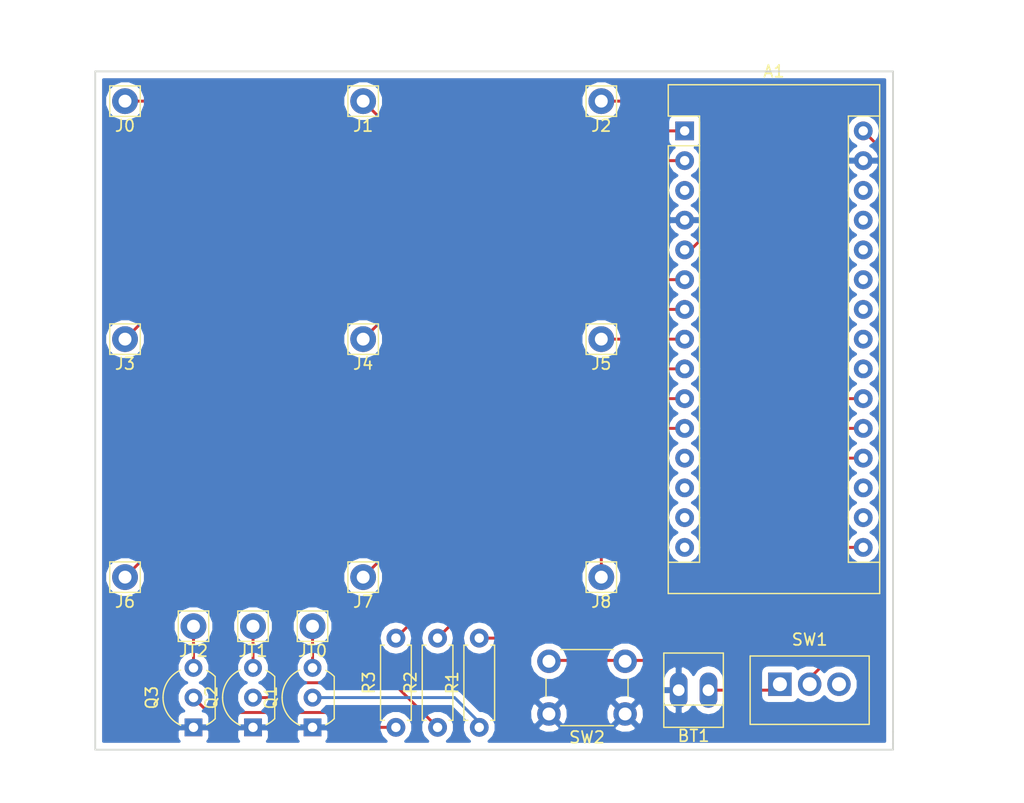
<source format=kicad_pcb>
(kicad_pcb (version 4) (host pcbnew 4.0.7-e2-6376~58~ubuntu16.04.1)

  (general
    (links 29)
    (no_connects 1)
    (area 20.244999 22.276999 88.467001 80.339001)
    (thickness 1.6)
    (drawings 6)
    (tracks 64)
    (zones 0)
    (modules 22)
    (nets 36)
  )

  (page A4)
  (layers
    (0 F.Cu signal)
    (31 B.Cu signal)
    (32 B.Adhes user)
    (33 F.Adhes user)
    (34 B.Paste user)
    (35 F.Paste user)
    (36 B.SilkS user)
    (37 F.SilkS user)
    (38 B.Mask user)
    (39 F.Mask user)
    (40 Dwgs.User user)
    (41 Cmts.User user)
    (42 Eco1.User user)
    (43 Eco2.User user)
    (44 Edge.Cuts user)
    (45 Margin user)
    (46 B.CrtYd user)
    (47 F.CrtYd user)
    (48 B.Fab user)
    (49 F.Fab user)
  )

  (setup
    (last_trace_width 0.25)
    (trace_clearance 0.2)
    (zone_clearance 0.508)
    (zone_45_only no)
    (trace_min 0.2)
    (segment_width 0.2)
    (edge_width 0.15)
    (via_size 0.6)
    (via_drill 0.4)
    (via_min_size 0.4)
    (via_min_drill 0.3)
    (uvia_size 0.3)
    (uvia_drill 0.1)
    (uvias_allowed no)
    (uvia_min_size 0.2)
    (uvia_min_drill 0.1)
    (pcb_text_width 0.3)
    (pcb_text_size 1.5 1.5)
    (mod_edge_width 0.15)
    (mod_text_size 1 1)
    (mod_text_width 0.15)
    (pad_size 1.524 1.524)
    (pad_drill 0.762)
    (pad_to_mask_clearance 0.2)
    (aux_axis_origin 0 0)
    (visible_elements FFFFFF7F)
    (pcbplotparams
      (layerselection 0x00030_80000001)
      (usegerberextensions false)
      (excludeedgelayer true)
      (linewidth 0.100000)
      (plotframeref false)
      (viasonmask false)
      (mode 1)
      (useauxorigin false)
      (hpglpennumber 1)
      (hpglpenspeed 20)
      (hpglpendiameter 15)
      (hpglpenoverlay 2)
      (psnegative false)
      (psa4output false)
      (plotreference true)
      (plotvalue true)
      (plotinvisibletext false)
      (padsonsilk false)
      (subtractmaskfromsilk false)
      (outputformat 1)
      (mirror false)
      (drillshape 1)
      (scaleselection 1)
      (outputdirectory ""))
  )

  (net 0 "")
  (net 1 "Net-(A1-Pad1)")
  (net 2 "Net-(A1-Pad17)")
  (net 3 "Net-(A1-Pad2)")
  (net 4 "Net-(A1-Pad18)")
  (net 5 "Net-(A1-Pad3)")
  (net 6 "Net-(A1-Pad19)")
  (net 7 GND)
  (net 8 "Net-(A1-Pad20)")
  (net 9 "Net-(A1-Pad5)")
  (net 10 "Net-(A1-Pad21)")
  (net 11 "Net-(A1-Pad6)")
  (net 12 "Net-(A1-Pad22)")
  (net 13 "Net-(A1-Pad7)")
  (net 14 "Net-(A1-Pad23)")
  (net 15 "Net-(A1-Pad8)")
  (net 16 "Net-(A1-Pad24)")
  (net 17 "Net-(A1-Pad9)")
  (net 18 "Net-(A1-Pad25)")
  (net 19 "Net-(A1-Pad10)")
  (net 20 "Net-(A1-Pad26)")
  (net 21 "Net-(A1-Pad11)")
  (net 22 "Net-(A1-Pad27)")
  (net 23 "Net-(A1-Pad12)")
  (net 24 "Net-(A1-Pad13)")
  (net 25 "Net-(A1-Pad14)")
  (net 26 "Net-(A1-Pad30)")
  (net 27 "Net-(A1-Pad15)")
  (net 28 "Net-(A1-Pad16)")
  (net 29 "Net-(BT1-Pad1)")
  (net 30 "Net-(JT0-Pad1)")
  (net 31 "Net-(JT1-Pad1)")
  (net 32 "Net-(JT2-Pad1)")
  (net 33 "Net-(Q1-Pad2)")
  (net 34 "Net-(Q2-Pad2)")
  (net 35 "Net-(Q3-Pad2)")

  (net_class Default "This is the default net class."
    (clearance 0.2)
    (trace_width 0.25)
    (via_dia 0.6)
    (via_drill 0.4)
    (uvia_dia 0.3)
    (uvia_drill 0.1)
    (add_net GND)
    (add_net "Net-(A1-Pad1)")
    (add_net "Net-(A1-Pad10)")
    (add_net "Net-(A1-Pad11)")
    (add_net "Net-(A1-Pad12)")
    (add_net "Net-(A1-Pad13)")
    (add_net "Net-(A1-Pad14)")
    (add_net "Net-(A1-Pad15)")
    (add_net "Net-(A1-Pad16)")
    (add_net "Net-(A1-Pad17)")
    (add_net "Net-(A1-Pad18)")
    (add_net "Net-(A1-Pad19)")
    (add_net "Net-(A1-Pad2)")
    (add_net "Net-(A1-Pad20)")
    (add_net "Net-(A1-Pad21)")
    (add_net "Net-(A1-Pad22)")
    (add_net "Net-(A1-Pad23)")
    (add_net "Net-(A1-Pad24)")
    (add_net "Net-(A1-Pad25)")
    (add_net "Net-(A1-Pad26)")
    (add_net "Net-(A1-Pad27)")
    (add_net "Net-(A1-Pad3)")
    (add_net "Net-(A1-Pad30)")
    (add_net "Net-(A1-Pad5)")
    (add_net "Net-(A1-Pad6)")
    (add_net "Net-(A1-Pad7)")
    (add_net "Net-(A1-Pad8)")
    (add_net "Net-(A1-Pad9)")
    (add_net "Net-(BT1-Pad1)")
    (add_net "Net-(JT0-Pad1)")
    (add_net "Net-(JT1-Pad1)")
    (add_net "Net-(JT2-Pad1)")
    (add_net "Net-(Q1-Pad2)")
    (add_net "Net-(Q2-Pad2)")
    (add_net "Net-(Q3-Pad2)")
  )

  (module nano:Arduino_Nano (layer F.Cu) (tedit 58ACAF70) (tstamp 5A711DE1)
    (at 70.612 27.432)
    (descr "Arduino Nano, http://www.mouser.com/pdfdocs/Gravitech_Arduino_Nano3_0.pdf")
    (tags "Arduino Nano")
    (path /5A711658)
    (fp_text reference A1 (at 7.62 -5.08) (layer F.SilkS)
      (effects (font (size 1 1) (thickness 0.15)))
    )
    (fp_text value Arduino_Nano (at 8.89 19.05 90) (layer F.Fab)
      (effects (font (size 1 1) (thickness 0.15)))
    )
    (fp_text user %R (at 6.35 19.05 90) (layer F.Fab)
      (effects (font (size 1 1) (thickness 0.15)))
    )
    (fp_line (start 1.27 1.27) (end 1.27 -1.27) (layer F.SilkS) (width 0.12))
    (fp_line (start 1.27 -1.27) (end -1.4 -1.27) (layer F.SilkS) (width 0.12))
    (fp_line (start -1.4 1.27) (end -1.4 39.5) (layer F.SilkS) (width 0.12))
    (fp_line (start -1.4 -3.94) (end -1.4 -1.27) (layer F.SilkS) (width 0.12))
    (fp_line (start 13.97 -1.27) (end 16.64 -1.27) (layer F.SilkS) (width 0.12))
    (fp_line (start 13.97 -1.27) (end 13.97 36.83) (layer F.SilkS) (width 0.12))
    (fp_line (start 13.97 36.83) (end 16.64 36.83) (layer F.SilkS) (width 0.12))
    (fp_line (start 1.27 1.27) (end -1.4 1.27) (layer F.SilkS) (width 0.12))
    (fp_line (start 1.27 1.27) (end 1.27 36.83) (layer F.SilkS) (width 0.12))
    (fp_line (start 1.27 36.83) (end -1.4 36.83) (layer F.SilkS) (width 0.12))
    (fp_line (start 3.81 31.75) (end 11.43 31.75) (layer F.Fab) (width 0.1))
    (fp_line (start 11.43 31.75) (end 11.43 41.91) (layer F.Fab) (width 0.1))
    (fp_line (start 11.43 41.91) (end 3.81 41.91) (layer F.Fab) (width 0.1))
    (fp_line (start 3.81 41.91) (end 3.81 31.75) (layer F.Fab) (width 0.1))
    (fp_line (start -1.4 39.5) (end 16.64 39.5) (layer F.SilkS) (width 0.12))
    (fp_line (start 16.64 39.5) (end 16.64 -3.94) (layer F.SilkS) (width 0.12))
    (fp_line (start 16.64 -3.94) (end -1.4 -3.94) (layer F.SilkS) (width 0.12))
    (fp_line (start 16.51 39.37) (end -1.27 39.37) (layer F.Fab) (width 0.1))
    (fp_line (start -1.27 39.37) (end -1.27 -2.54) (layer F.Fab) (width 0.1))
    (fp_line (start -1.27 -2.54) (end 0 -3.81) (layer F.Fab) (width 0.1))
    (fp_line (start 0 -3.81) (end 16.51 -3.81) (layer F.Fab) (width 0.1))
    (fp_line (start 16.51 -3.81) (end 16.51 39.37) (layer F.Fab) (width 0.1))
    (fp_line (start -1.53 -4.06) (end 16.75 -4.06) (layer F.CrtYd) (width 0.05))
    (fp_line (start -1.53 -4.06) (end -1.53 42.16) (layer F.CrtYd) (width 0.05))
    (fp_line (start 16.75 42.16) (end 16.75 -4.06) (layer F.CrtYd) (width 0.05))
    (fp_line (start 16.75 42.16) (end -1.53 42.16) (layer F.CrtYd) (width 0.05))
    (pad 1 thru_hole rect (at 0 0) (size 1.6 1.6) (drill 0.8) (layers *.Cu *.Mask)
      (net 1 "Net-(A1-Pad1)"))
    (pad 17 thru_hole oval (at 15.24 33.02) (size 1.6 1.6) (drill 0.8) (layers *.Cu *.Mask)
      (net 2 "Net-(A1-Pad17)"))
    (pad 2 thru_hole oval (at 0 2.54) (size 1.6 1.6) (drill 0.8) (layers *.Cu *.Mask)
      (net 3 "Net-(A1-Pad2)"))
    (pad 18 thru_hole oval (at 15.24 30.48) (size 1.6 1.6) (drill 0.8) (layers *.Cu *.Mask)
      (net 4 "Net-(A1-Pad18)"))
    (pad 3 thru_hole oval (at 0 5.08) (size 1.6 1.6) (drill 0.8) (layers *.Cu *.Mask)
      (net 5 "Net-(A1-Pad3)"))
    (pad 19 thru_hole oval (at 15.24 27.94) (size 1.6 1.6) (drill 0.8) (layers *.Cu *.Mask)
      (net 6 "Net-(A1-Pad19)"))
    (pad 4 thru_hole oval (at 0 7.62) (size 1.6 1.6) (drill 0.8) (layers *.Cu *.Mask)
      (net 7 GND))
    (pad 20 thru_hole oval (at 15.24 25.4) (size 1.6 1.6) (drill 0.8) (layers *.Cu *.Mask)
      (net 8 "Net-(A1-Pad20)"))
    (pad 5 thru_hole oval (at 0 10.16) (size 1.6 1.6) (drill 0.8) (layers *.Cu *.Mask)
      (net 9 "Net-(A1-Pad5)"))
    (pad 21 thru_hole oval (at 15.24 22.86) (size 1.6 1.6) (drill 0.8) (layers *.Cu *.Mask)
      (net 10 "Net-(A1-Pad21)"))
    (pad 6 thru_hole oval (at 0 12.7) (size 1.6 1.6) (drill 0.8) (layers *.Cu *.Mask)
      (net 11 "Net-(A1-Pad6)"))
    (pad 22 thru_hole oval (at 15.24 20.32) (size 1.6 1.6) (drill 0.8) (layers *.Cu *.Mask)
      (net 12 "Net-(A1-Pad22)"))
    (pad 7 thru_hole oval (at 0 15.24) (size 1.6 1.6) (drill 0.8) (layers *.Cu *.Mask)
      (net 13 "Net-(A1-Pad7)"))
    (pad 23 thru_hole oval (at 15.24 17.78) (size 1.6 1.6) (drill 0.8) (layers *.Cu *.Mask)
      (net 14 "Net-(A1-Pad23)"))
    (pad 8 thru_hole oval (at 0 17.78) (size 1.6 1.6) (drill 0.8) (layers *.Cu *.Mask)
      (net 15 "Net-(A1-Pad8)"))
    (pad 24 thru_hole oval (at 15.24 15.24) (size 1.6 1.6) (drill 0.8) (layers *.Cu *.Mask)
      (net 16 "Net-(A1-Pad24)"))
    (pad 9 thru_hole oval (at 0 20.32) (size 1.6 1.6) (drill 0.8) (layers *.Cu *.Mask)
      (net 17 "Net-(A1-Pad9)"))
    (pad 25 thru_hole oval (at 15.24 12.7) (size 1.6 1.6) (drill 0.8) (layers *.Cu *.Mask)
      (net 18 "Net-(A1-Pad25)"))
    (pad 10 thru_hole oval (at 0 22.86) (size 1.6 1.6) (drill 0.8) (layers *.Cu *.Mask)
      (net 19 "Net-(A1-Pad10)"))
    (pad 26 thru_hole oval (at 15.24 10.16) (size 1.6 1.6) (drill 0.8) (layers *.Cu *.Mask)
      (net 20 "Net-(A1-Pad26)"))
    (pad 11 thru_hole oval (at 0 25.4) (size 1.6 1.6) (drill 0.8) (layers *.Cu *.Mask)
      (net 21 "Net-(A1-Pad11)"))
    (pad 27 thru_hole oval (at 15.24 7.62) (size 1.6 1.6) (drill 0.8) (layers *.Cu *.Mask)
      (net 22 "Net-(A1-Pad27)"))
    (pad 12 thru_hole oval (at 0 27.94) (size 1.6 1.6) (drill 0.8) (layers *.Cu *.Mask)
      (net 23 "Net-(A1-Pad12)"))
    (pad 28 thru_hole oval (at 15.24 5.08) (size 1.6 1.6) (drill 0.8) (layers *.Cu *.Mask))
    (pad 13 thru_hole oval (at 0 30.48) (size 1.6 1.6) (drill 0.8) (layers *.Cu *.Mask)
      (net 24 "Net-(A1-Pad13)"))
    (pad 29 thru_hole oval (at 15.24 2.54) (size 1.6 1.6) (drill 0.8) (layers *.Cu *.Mask)
      (net 7 GND))
    (pad 14 thru_hole oval (at 0 33.02) (size 1.6 1.6) (drill 0.8) (layers *.Cu *.Mask)
      (net 25 "Net-(A1-Pad14)"))
    (pad 30 thru_hole oval (at 15.24 0) (size 1.6 1.6) (drill 0.8) (layers *.Cu *.Mask)
      (net 26 "Net-(A1-Pad30)"))
    (pad 15 thru_hole oval (at 0 35.56) (size 1.6 1.6) (drill 0.8) (layers *.Cu *.Mask)
      (net 27 "Net-(A1-Pad15)"))
    (pad 16 thru_hole oval (at 15.24 35.56) (size 1.6 1.6) (drill 0.8) (layers *.Cu *.Mask)
      (net 28 "Net-(A1-Pad16)"))
  )

  (module Connectors:PINHEAD1-2 (layer F.Cu) (tedit 0) (tstamp 5A711DE7)
    (at 72.644 75.184 180)
    (path /5A7127FC)
    (fp_text reference BT1 (at 1.27 -3.9 180) (layer F.SilkS)
      (effects (font (size 1 1) (thickness 0.15)))
    )
    (fp_text value Battery (at 1.27 3.81 180) (layer F.Fab)
      (effects (font (size 1 1) (thickness 0.15)))
    )
    (fp_line (start 3.81 -1.27) (end -1.27 -1.27) (layer F.SilkS) (width 0.12))
    (fp_line (start 3.81 3.17) (end -1.27 3.17) (layer F.SilkS) (width 0.12))
    (fp_line (start -1.27 -3.17) (end 3.81 -3.17) (layer F.SilkS) (width 0.12))
    (fp_line (start -1.27 -3.17) (end -1.27 3.17) (layer F.SilkS) (width 0.12))
    (fp_line (start 3.81 -3.17) (end 3.81 3.17) (layer F.SilkS) (width 0.12))
    (fp_line (start -1.52 -3.42) (end 4.06 -3.42) (layer F.CrtYd) (width 0.05))
    (fp_line (start -1.52 -3.42) (end -1.52 3.42) (layer F.CrtYd) (width 0.05))
    (fp_line (start 4.06 3.42) (end 4.06 -3.42) (layer F.CrtYd) (width 0.05))
    (fp_line (start 4.06 3.42) (end -1.52 3.42) (layer F.CrtYd) (width 0.05))
    (pad 1 thru_hole oval (at 0 0 180) (size 1.51 3.01) (drill 1) (layers *.Cu *.Mask)
      (net 29 "Net-(BT1-Pad1)"))
    (pad 2 thru_hole oval (at 2.54 0 180) (size 1.51 3.01) (drill 1) (layers *.Cu *.Mask)
      (net 7 GND))
  )

  (module TO_SOT_Packages_THT:TO-92_Inline_Wide (layer F.Cu) (tedit 58CE52AF) (tstamp 5A711E2A)
    (at 38.862 78.359 90)
    (descr "TO-92 leads in-line, wide, drill 0.8mm (see NXP sot054_po.pdf)")
    (tags "to-92 sc-43 sc-43a sot54 PA33 transistor")
    (path /5A71323C)
    (fp_text reference Q1 (at 2.54 -3.56 270) (layer F.SilkS)
      (effects (font (size 1 1) (thickness 0.15)))
    )
    (fp_text value PN2222A (at 2.54 2.79 90) (layer F.Fab)
      (effects (font (size 1 1) (thickness 0.15)))
    )
    (fp_text user %R (at 2.54 -3.56 270) (layer F.Fab)
      (effects (font (size 1 1) (thickness 0.15)))
    )
    (fp_line (start 0.74 1.85) (end 4.34 1.85) (layer F.SilkS) (width 0.12))
    (fp_line (start 0.8 1.75) (end 4.3 1.75) (layer F.Fab) (width 0.1))
    (fp_line (start -1.01 -2.73) (end 6.09 -2.73) (layer F.CrtYd) (width 0.05))
    (fp_line (start -1.01 -2.73) (end -1.01 2.01) (layer F.CrtYd) (width 0.05))
    (fp_line (start 6.09 2.01) (end 6.09 -2.73) (layer F.CrtYd) (width 0.05))
    (fp_line (start 6.09 2.01) (end -1.01 2.01) (layer F.CrtYd) (width 0.05))
    (fp_arc (start 2.54 0) (end 0.74 1.85) (angle 20) (layer F.SilkS) (width 0.12))
    (fp_arc (start 2.54 0) (end 2.54 -2.6) (angle -65) (layer F.SilkS) (width 0.12))
    (fp_arc (start 2.54 0) (end 2.54 -2.6) (angle 65) (layer F.SilkS) (width 0.12))
    (fp_arc (start 2.54 0) (end 2.54 -2.48) (angle 135) (layer F.Fab) (width 0.1))
    (fp_arc (start 2.54 0) (end 2.54 -2.48) (angle -135) (layer F.Fab) (width 0.1))
    (fp_arc (start 2.54 0) (end 4.34 1.85) (angle -20) (layer F.SilkS) (width 0.12))
    (pad 2 thru_hole circle (at 2.54 0 180) (size 1.52 1.52) (drill 0.8) (layers *.Cu *.Mask)
      (net 33 "Net-(Q1-Pad2)"))
    (pad 3 thru_hole circle (at 5.08 0 180) (size 1.52 1.52) (drill 0.8) (layers *.Cu *.Mask)
      (net 30 "Net-(JT0-Pad1)"))
    (pad 1 thru_hole rect (at 0 0 180) (size 1.52 1.52) (drill 0.8) (layers *.Cu *.Mask)
      (net 7 GND))
    (model ${KISYS3DMOD}/TO_SOT_Packages_THT.3dshapes/TO-92_Inline_Wide.wrl
      (at (xyz 0.1 0 0))
      (scale (xyz 1 1 1))
      (rotate (xyz 0 0 -90))
    )
  )

  (module TO_SOT_Packages_THT:TO-92_Inline_Wide (layer F.Cu) (tedit 58CE52AF) (tstamp 5A711E31)
    (at 33.782 78.359 90)
    (descr "TO-92 leads in-line, wide, drill 0.8mm (see NXP sot054_po.pdf)")
    (tags "to-92 sc-43 sc-43a sot54 PA33 transistor")
    (path /5A7133DD)
    (fp_text reference Q2 (at 2.54 -3.56 270) (layer F.SilkS)
      (effects (font (size 1 1) (thickness 0.15)))
    )
    (fp_text value PN2222A (at 2.54 2.79 90) (layer F.Fab)
      (effects (font (size 1 1) (thickness 0.15)))
    )
    (fp_text user %R (at 2.54 -3.56 270) (layer F.Fab)
      (effects (font (size 1 1) (thickness 0.15)))
    )
    (fp_line (start 0.74 1.85) (end 4.34 1.85) (layer F.SilkS) (width 0.12))
    (fp_line (start 0.8 1.75) (end 4.3 1.75) (layer F.Fab) (width 0.1))
    (fp_line (start -1.01 -2.73) (end 6.09 -2.73) (layer F.CrtYd) (width 0.05))
    (fp_line (start -1.01 -2.73) (end -1.01 2.01) (layer F.CrtYd) (width 0.05))
    (fp_line (start 6.09 2.01) (end 6.09 -2.73) (layer F.CrtYd) (width 0.05))
    (fp_line (start 6.09 2.01) (end -1.01 2.01) (layer F.CrtYd) (width 0.05))
    (fp_arc (start 2.54 0) (end 0.74 1.85) (angle 20) (layer F.SilkS) (width 0.12))
    (fp_arc (start 2.54 0) (end 2.54 -2.6) (angle -65) (layer F.SilkS) (width 0.12))
    (fp_arc (start 2.54 0) (end 2.54 -2.6) (angle 65) (layer F.SilkS) (width 0.12))
    (fp_arc (start 2.54 0) (end 2.54 -2.48) (angle 135) (layer F.Fab) (width 0.1))
    (fp_arc (start 2.54 0) (end 2.54 -2.48) (angle -135) (layer F.Fab) (width 0.1))
    (fp_arc (start 2.54 0) (end 4.34 1.85) (angle -20) (layer F.SilkS) (width 0.12))
    (pad 2 thru_hole circle (at 2.54 0 180) (size 1.52 1.52) (drill 0.8) (layers *.Cu *.Mask)
      (net 34 "Net-(Q2-Pad2)"))
    (pad 3 thru_hole circle (at 5.08 0 180) (size 1.52 1.52) (drill 0.8) (layers *.Cu *.Mask)
      (net 31 "Net-(JT1-Pad1)"))
    (pad 1 thru_hole rect (at 0 0 180) (size 1.52 1.52) (drill 0.8) (layers *.Cu *.Mask)
      (net 7 GND))
    (model ${KISYS3DMOD}/TO_SOT_Packages_THT.3dshapes/TO-92_Inline_Wide.wrl
      (at (xyz 0.1 0 0))
      (scale (xyz 1 1 1))
      (rotate (xyz 0 0 -90))
    )
  )

  (module TO_SOT_Packages_THT:TO-92_Inline_Wide (layer F.Cu) (tedit 58CE52AF) (tstamp 5A711E38)
    (at 28.702 78.359 90)
    (descr "TO-92 leads in-line, wide, drill 0.8mm (see NXP sot054_po.pdf)")
    (tags "to-92 sc-43 sc-43a sot54 PA33 transistor")
    (path /5A713360)
    (fp_text reference Q3 (at 2.54 -3.56 270) (layer F.SilkS)
      (effects (font (size 1 1) (thickness 0.15)))
    )
    (fp_text value PN2222A (at 2.54 2.79 90) (layer F.Fab)
      (effects (font (size 1 1) (thickness 0.15)))
    )
    (fp_text user %R (at 2.54 -3.56 270) (layer F.Fab)
      (effects (font (size 1 1) (thickness 0.15)))
    )
    (fp_line (start 0.74 1.85) (end 4.34 1.85) (layer F.SilkS) (width 0.12))
    (fp_line (start 0.8 1.75) (end 4.3 1.75) (layer F.Fab) (width 0.1))
    (fp_line (start -1.01 -2.73) (end 6.09 -2.73) (layer F.CrtYd) (width 0.05))
    (fp_line (start -1.01 -2.73) (end -1.01 2.01) (layer F.CrtYd) (width 0.05))
    (fp_line (start 6.09 2.01) (end 6.09 -2.73) (layer F.CrtYd) (width 0.05))
    (fp_line (start 6.09 2.01) (end -1.01 2.01) (layer F.CrtYd) (width 0.05))
    (fp_arc (start 2.54 0) (end 0.74 1.85) (angle 20) (layer F.SilkS) (width 0.12))
    (fp_arc (start 2.54 0) (end 2.54 -2.6) (angle -65) (layer F.SilkS) (width 0.12))
    (fp_arc (start 2.54 0) (end 2.54 -2.6) (angle 65) (layer F.SilkS) (width 0.12))
    (fp_arc (start 2.54 0) (end 2.54 -2.48) (angle 135) (layer F.Fab) (width 0.1))
    (fp_arc (start 2.54 0) (end 2.54 -2.48) (angle -135) (layer F.Fab) (width 0.1))
    (fp_arc (start 2.54 0) (end 4.34 1.85) (angle -20) (layer F.SilkS) (width 0.12))
    (pad 2 thru_hole circle (at 2.54 0 180) (size 1.52 1.52) (drill 0.8) (layers *.Cu *.Mask)
      (net 35 "Net-(Q3-Pad2)"))
    (pad 3 thru_hole circle (at 5.08 0 180) (size 1.52 1.52) (drill 0.8) (layers *.Cu *.Mask)
      (net 32 "Net-(JT2-Pad1)"))
    (pad 1 thru_hole rect (at 0 0 180) (size 1.52 1.52) (drill 0.8) (layers *.Cu *.Mask)
      (net 7 GND))
    (model ${KISYS3DMOD}/TO_SOT_Packages_THT.3dshapes/TO-92_Inline_Wide.wrl
      (at (xyz 0.1 0 0))
      (scale (xyz 1 1 1))
      (rotate (xyz 0 0 -90))
    )
  )

  (module Resistors_THT:R_Axial_DIN0207_L6.3mm_D2.5mm_P7.62mm_Horizontal (layer F.Cu) (tedit 5874F706) (tstamp 5A711E3E)
    (at 53.086 78.359 90)
    (descr "Resistor, Axial_DIN0207 series, Axial, Horizontal, pin pitch=7.62mm, 0.25W = 1/4W, length*diameter=6.3*2.5mm^2, http://cdn-reichelt.de/documents/datenblatt/B400/1_4W%23YAG.pdf")
    (tags "Resistor Axial_DIN0207 series Axial Horizontal pin pitch 7.62mm 0.25W = 1/4W length 6.3mm diameter 2.5mm")
    (path /5A713472)
    (fp_text reference R1 (at 3.81 -2.31 90) (layer F.SilkS)
      (effects (font (size 1 1) (thickness 0.15)))
    )
    (fp_text value R (at 3.81 2.31 90) (layer F.Fab)
      (effects (font (size 1 1) (thickness 0.15)))
    )
    (fp_line (start 0.66 -1.25) (end 0.66 1.25) (layer F.Fab) (width 0.1))
    (fp_line (start 0.66 1.25) (end 6.96 1.25) (layer F.Fab) (width 0.1))
    (fp_line (start 6.96 1.25) (end 6.96 -1.25) (layer F.Fab) (width 0.1))
    (fp_line (start 6.96 -1.25) (end 0.66 -1.25) (layer F.Fab) (width 0.1))
    (fp_line (start 0 0) (end 0.66 0) (layer F.Fab) (width 0.1))
    (fp_line (start 7.62 0) (end 6.96 0) (layer F.Fab) (width 0.1))
    (fp_line (start 0.6 -0.98) (end 0.6 -1.31) (layer F.SilkS) (width 0.12))
    (fp_line (start 0.6 -1.31) (end 7.02 -1.31) (layer F.SilkS) (width 0.12))
    (fp_line (start 7.02 -1.31) (end 7.02 -0.98) (layer F.SilkS) (width 0.12))
    (fp_line (start 0.6 0.98) (end 0.6 1.31) (layer F.SilkS) (width 0.12))
    (fp_line (start 0.6 1.31) (end 7.02 1.31) (layer F.SilkS) (width 0.12))
    (fp_line (start 7.02 1.31) (end 7.02 0.98) (layer F.SilkS) (width 0.12))
    (fp_line (start -1.05 -1.6) (end -1.05 1.6) (layer F.CrtYd) (width 0.05))
    (fp_line (start -1.05 1.6) (end 8.7 1.6) (layer F.CrtYd) (width 0.05))
    (fp_line (start 8.7 1.6) (end 8.7 -1.6) (layer F.CrtYd) (width 0.05))
    (fp_line (start 8.7 -1.6) (end -1.05 -1.6) (layer F.CrtYd) (width 0.05))
    (pad 1 thru_hole circle (at 0 0 90) (size 1.6 1.6) (drill 0.8) (layers *.Cu *.Mask)
      (net 33 "Net-(Q1-Pad2)"))
    (pad 2 thru_hole oval (at 7.62 0 90) (size 1.6 1.6) (drill 0.8) (layers *.Cu *.Mask)
      (net 6 "Net-(A1-Pad19)"))
    (model ${KISYS3DMOD}/Resistors_THT.3dshapes/R_Axial_DIN0207_L6.3mm_D2.5mm_P7.62mm_Horizontal.wrl
      (at (xyz 0 0 0))
      (scale (xyz 0.393701 0.393701 0.393701))
      (rotate (xyz 0 0 0))
    )
  )

  (module Resistors_THT:R_Axial_DIN0207_L6.3mm_D2.5mm_P7.62mm_Horizontal (layer F.Cu) (tedit 5874F706) (tstamp 5A711E44)
    (at 49.53 78.359 90)
    (descr "Resistor, Axial_DIN0207 series, Axial, Horizontal, pin pitch=7.62mm, 0.25W = 1/4W, length*diameter=6.3*2.5mm^2, http://cdn-reichelt.de/documents/datenblatt/B400/1_4W%23YAG.pdf")
    (tags "Resistor Axial_DIN0207 series Axial Horizontal pin pitch 7.62mm 0.25W = 1/4W length 6.3mm diameter 2.5mm")
    (path /5A7134E3)
    (fp_text reference R2 (at 3.81 -2.31 90) (layer F.SilkS)
      (effects (font (size 1 1) (thickness 0.15)))
    )
    (fp_text value R (at 3.81 2.31 90) (layer F.Fab)
      (effects (font (size 1 1) (thickness 0.15)))
    )
    (fp_line (start 0.66 -1.25) (end 0.66 1.25) (layer F.Fab) (width 0.1))
    (fp_line (start 0.66 1.25) (end 6.96 1.25) (layer F.Fab) (width 0.1))
    (fp_line (start 6.96 1.25) (end 6.96 -1.25) (layer F.Fab) (width 0.1))
    (fp_line (start 6.96 -1.25) (end 0.66 -1.25) (layer F.Fab) (width 0.1))
    (fp_line (start 0 0) (end 0.66 0) (layer F.Fab) (width 0.1))
    (fp_line (start 7.62 0) (end 6.96 0) (layer F.Fab) (width 0.1))
    (fp_line (start 0.6 -0.98) (end 0.6 -1.31) (layer F.SilkS) (width 0.12))
    (fp_line (start 0.6 -1.31) (end 7.02 -1.31) (layer F.SilkS) (width 0.12))
    (fp_line (start 7.02 -1.31) (end 7.02 -0.98) (layer F.SilkS) (width 0.12))
    (fp_line (start 0.6 0.98) (end 0.6 1.31) (layer F.SilkS) (width 0.12))
    (fp_line (start 0.6 1.31) (end 7.02 1.31) (layer F.SilkS) (width 0.12))
    (fp_line (start 7.02 1.31) (end 7.02 0.98) (layer F.SilkS) (width 0.12))
    (fp_line (start -1.05 -1.6) (end -1.05 1.6) (layer F.CrtYd) (width 0.05))
    (fp_line (start -1.05 1.6) (end 8.7 1.6) (layer F.CrtYd) (width 0.05))
    (fp_line (start 8.7 1.6) (end 8.7 -1.6) (layer F.CrtYd) (width 0.05))
    (fp_line (start 8.7 -1.6) (end -1.05 -1.6) (layer F.CrtYd) (width 0.05))
    (pad 1 thru_hole circle (at 0 0 90) (size 1.6 1.6) (drill 0.8) (layers *.Cu *.Mask)
      (net 34 "Net-(Q2-Pad2)"))
    (pad 2 thru_hole oval (at 7.62 0 90) (size 1.6 1.6) (drill 0.8) (layers *.Cu *.Mask)
      (net 8 "Net-(A1-Pad20)"))
    (model ${KISYS3DMOD}/Resistors_THT.3dshapes/R_Axial_DIN0207_L6.3mm_D2.5mm_P7.62mm_Horizontal.wrl
      (at (xyz 0 0 0))
      (scale (xyz 0.393701 0.393701 0.393701))
      (rotate (xyz 0 0 0))
    )
  )

  (module Resistors_THT:R_Axial_DIN0207_L6.3mm_D2.5mm_P7.62mm_Horizontal (layer F.Cu) (tedit 5874F706) (tstamp 5A711E4A)
    (at 45.974 78.359 90)
    (descr "Resistor, Axial_DIN0207 series, Axial, Horizontal, pin pitch=7.62mm, 0.25W = 1/4W, length*diameter=6.3*2.5mm^2, http://cdn-reichelt.de/documents/datenblatt/B400/1_4W%23YAG.pdf")
    (tags "Resistor Axial_DIN0207 series Axial Horizontal pin pitch 7.62mm 0.25W = 1/4W length 6.3mm diameter 2.5mm")
    (path /5A713546)
    (fp_text reference R3 (at 3.81 -2.31 90) (layer F.SilkS)
      (effects (font (size 1 1) (thickness 0.15)))
    )
    (fp_text value R (at 3.81 2.31 90) (layer F.Fab)
      (effects (font (size 1 1) (thickness 0.15)))
    )
    (fp_line (start 0.66 -1.25) (end 0.66 1.25) (layer F.Fab) (width 0.1))
    (fp_line (start 0.66 1.25) (end 6.96 1.25) (layer F.Fab) (width 0.1))
    (fp_line (start 6.96 1.25) (end 6.96 -1.25) (layer F.Fab) (width 0.1))
    (fp_line (start 6.96 -1.25) (end 0.66 -1.25) (layer F.Fab) (width 0.1))
    (fp_line (start 0 0) (end 0.66 0) (layer F.Fab) (width 0.1))
    (fp_line (start 7.62 0) (end 6.96 0) (layer F.Fab) (width 0.1))
    (fp_line (start 0.6 -0.98) (end 0.6 -1.31) (layer F.SilkS) (width 0.12))
    (fp_line (start 0.6 -1.31) (end 7.02 -1.31) (layer F.SilkS) (width 0.12))
    (fp_line (start 7.02 -1.31) (end 7.02 -0.98) (layer F.SilkS) (width 0.12))
    (fp_line (start 0.6 0.98) (end 0.6 1.31) (layer F.SilkS) (width 0.12))
    (fp_line (start 0.6 1.31) (end 7.02 1.31) (layer F.SilkS) (width 0.12))
    (fp_line (start 7.02 1.31) (end 7.02 0.98) (layer F.SilkS) (width 0.12))
    (fp_line (start -1.05 -1.6) (end -1.05 1.6) (layer F.CrtYd) (width 0.05))
    (fp_line (start -1.05 1.6) (end 8.7 1.6) (layer F.CrtYd) (width 0.05))
    (fp_line (start 8.7 1.6) (end 8.7 -1.6) (layer F.CrtYd) (width 0.05))
    (fp_line (start 8.7 -1.6) (end -1.05 -1.6) (layer F.CrtYd) (width 0.05))
    (pad 1 thru_hole circle (at 0 0 90) (size 1.6 1.6) (drill 0.8) (layers *.Cu *.Mask)
      (net 35 "Net-(Q3-Pad2)"))
    (pad 2 thru_hole oval (at 7.62 0 90) (size 1.6 1.6) (drill 0.8) (layers *.Cu *.Mask)
      (net 10 "Net-(A1-Pad21)"))
    (model ${KISYS3DMOD}/Resistors_THT.3dshapes/R_Axial_DIN0207_L6.3mm_D2.5mm_P7.62mm_Horizontal.wrl
      (at (xyz 0 0 0))
      (scale (xyz 0.393701 0.393701 0.393701))
      (rotate (xyz 0 0 0))
    )
  )

  (module Connectors:Pin_d1.1mm_L8.5mm_W2.5mm_FlatFork (layer F.Cu) (tedit 59B3E075) (tstamp 5A711F25)
    (at 22.86 24.892)
    (descr "solder Pin_ with flat fork, hole diameter 1.1mm, length 8.5mm, width 2.5mm")
    (tags "solder Pin_ with flat fork")
    (path /5A711A67)
    (fp_text reference J0 (at 0 2.1) (layer F.SilkS)
      (effects (font (size 1 1) (thickness 0.15)))
    )
    (fp_text value Conn_01x01 (at 0 -2.05) (layer F.Fab)
      (effects (font (size 1 1) (thickness 0.15)))
    )
    (fp_text user %R (at 0 2.1) (layer F.Fab)
      (effects (font (size 1 1) (thickness 0.15)))
    )
    (fp_line (start -1.3 1.3) (end -1.3 -1.3) (layer F.SilkS) (width 0.12))
    (fp_line (start -1.3 -1.3) (end 1.3 -1.3) (layer F.SilkS) (width 0.12))
    (fp_line (start 1.3 -1.3) (end 1.3 1.3) (layer F.SilkS) (width 0.12))
    (fp_line (start -1.3 1.3) (end 1.3 1.3) (layer F.SilkS) (width 0.12))
    (fp_line (start -1.25 -0.25) (end -1.25 0.25) (layer F.Fab) (width 0.12))
    (fp_line (start -1.25 0.25) (end 1.25 0.25) (layer F.Fab) (width 0.12))
    (fp_line (start 1.25 0.25) (end 1.25 -0.25) (layer F.Fab) (width 0.12))
    (fp_line (start 1.25 -0.25) (end -1.25 -0.25) (layer F.Fab) (width 0.12))
    (fp_line (start -1.75 -1.6) (end 1.75 -1.6) (layer F.CrtYd) (width 0.05))
    (fp_line (start -1.75 -1.6) (end -1.75 1.6) (layer F.CrtYd) (width 0.05))
    (fp_line (start 1.75 1.6) (end 1.75 -1.6) (layer F.CrtYd) (width 0.05))
    (fp_line (start 1.75 1.6) (end -1.75 1.6) (layer F.CrtYd) (width 0.05))
    (pad 1 thru_hole circle (at 0 0) (size 2.2 2.2) (drill 1.1) (layers *.Cu *.Mask)
      (net 3 "Net-(A1-Pad2)"))
    (model ${KISYS3DMOD}/Connectors.3dshapes/Pin_d1.1mm_L8.5mm_W2.5mm_FlatFork.wrl
      (at (xyz 0 0 0))
      (scale (xyz 1 1 1))
      (rotate (xyz 0 0 0))
    )
  )

  (module Connectors:Pin_d1.1mm_L8.5mm_W2.5mm_FlatFork (layer F.Cu) (tedit 59B3E075) (tstamp 5A711F2A)
    (at 43.18 24.892)
    (descr "solder Pin_ with flat fork, hole diameter 1.1mm, length 8.5mm, width 2.5mm")
    (tags "solder Pin_ with flat fork")
    (path /5A711737)
    (fp_text reference J1 (at 0 2.1) (layer F.SilkS)
      (effects (font (size 1 1) (thickness 0.15)))
    )
    (fp_text value Conn_01x01 (at 0 -2.05) (layer F.Fab)
      (effects (font (size 1 1) (thickness 0.15)))
    )
    (fp_text user %R (at 0 2.1) (layer F.Fab)
      (effects (font (size 1 1) (thickness 0.15)))
    )
    (fp_line (start -1.3 1.3) (end -1.3 -1.3) (layer F.SilkS) (width 0.12))
    (fp_line (start -1.3 -1.3) (end 1.3 -1.3) (layer F.SilkS) (width 0.12))
    (fp_line (start 1.3 -1.3) (end 1.3 1.3) (layer F.SilkS) (width 0.12))
    (fp_line (start -1.3 1.3) (end 1.3 1.3) (layer F.SilkS) (width 0.12))
    (fp_line (start -1.25 -0.25) (end -1.25 0.25) (layer F.Fab) (width 0.12))
    (fp_line (start -1.25 0.25) (end 1.25 0.25) (layer F.Fab) (width 0.12))
    (fp_line (start 1.25 0.25) (end 1.25 -0.25) (layer F.Fab) (width 0.12))
    (fp_line (start 1.25 -0.25) (end -1.25 -0.25) (layer F.Fab) (width 0.12))
    (fp_line (start -1.75 -1.6) (end 1.75 -1.6) (layer F.CrtYd) (width 0.05))
    (fp_line (start -1.75 -1.6) (end -1.75 1.6) (layer F.CrtYd) (width 0.05))
    (fp_line (start 1.75 1.6) (end 1.75 -1.6) (layer F.CrtYd) (width 0.05))
    (fp_line (start 1.75 1.6) (end -1.75 1.6) (layer F.CrtYd) (width 0.05))
    (pad 1 thru_hole circle (at 0 0) (size 2.2 2.2) (drill 1.1) (layers *.Cu *.Mask)
      (net 1 "Net-(A1-Pad1)"))
    (model ${KISYS3DMOD}/Connectors.3dshapes/Pin_d1.1mm_L8.5mm_W2.5mm_FlatFork.wrl
      (at (xyz 0 0 0))
      (scale (xyz 1 1 1))
      (rotate (xyz 0 0 0))
    )
  )

  (module Connectors:Pin_d1.1mm_L8.5mm_W2.5mm_FlatFork (layer F.Cu) (tedit 59B3E075) (tstamp 5A711F2F)
    (at 63.5 24.892)
    (descr "solder Pin_ with flat fork, hole diameter 1.1mm, length 8.5mm, width 2.5mm")
    (tags "solder Pin_ with flat fork")
    (path /5A711898)
    (fp_text reference J2 (at 0 2.1) (layer F.SilkS)
      (effects (font (size 1 1) (thickness 0.15)))
    )
    (fp_text value Conn_01x01 (at 0 -2.05) (layer F.Fab)
      (effects (font (size 1 1) (thickness 0.15)))
    )
    (fp_text user %R (at 0 2.1) (layer F.Fab)
      (effects (font (size 1 1) (thickness 0.15)))
    )
    (fp_line (start -1.3 1.3) (end -1.3 -1.3) (layer F.SilkS) (width 0.12))
    (fp_line (start -1.3 -1.3) (end 1.3 -1.3) (layer F.SilkS) (width 0.12))
    (fp_line (start 1.3 -1.3) (end 1.3 1.3) (layer F.SilkS) (width 0.12))
    (fp_line (start -1.3 1.3) (end 1.3 1.3) (layer F.SilkS) (width 0.12))
    (fp_line (start -1.25 -0.25) (end -1.25 0.25) (layer F.Fab) (width 0.12))
    (fp_line (start -1.25 0.25) (end 1.25 0.25) (layer F.Fab) (width 0.12))
    (fp_line (start 1.25 0.25) (end 1.25 -0.25) (layer F.Fab) (width 0.12))
    (fp_line (start 1.25 -0.25) (end -1.25 -0.25) (layer F.Fab) (width 0.12))
    (fp_line (start -1.75 -1.6) (end 1.75 -1.6) (layer F.CrtYd) (width 0.05))
    (fp_line (start -1.75 -1.6) (end -1.75 1.6) (layer F.CrtYd) (width 0.05))
    (fp_line (start 1.75 1.6) (end 1.75 -1.6) (layer F.CrtYd) (width 0.05))
    (fp_line (start 1.75 1.6) (end -1.75 1.6) (layer F.CrtYd) (width 0.05))
    (pad 1 thru_hole circle (at 0 0) (size 2.2 2.2) (drill 1.1) (layers *.Cu *.Mask)
      (net 9 "Net-(A1-Pad5)"))
    (model ${KISYS3DMOD}/Connectors.3dshapes/Pin_d1.1mm_L8.5mm_W2.5mm_FlatFork.wrl
      (at (xyz 0 0 0))
      (scale (xyz 1 1 1))
      (rotate (xyz 0 0 0))
    )
  )

  (module Connectors:Pin_d1.1mm_L8.5mm_W2.5mm_FlatFork (layer F.Cu) (tedit 59B3E075) (tstamp 5A711F34)
    (at 22.86 45.212)
    (descr "solder Pin_ with flat fork, hole diameter 1.1mm, length 8.5mm, width 2.5mm")
    (tags "solder Pin_ with flat fork")
    (path /5A7118CE)
    (fp_text reference J3 (at 0 2.1) (layer F.SilkS)
      (effects (font (size 1 1) (thickness 0.15)))
    )
    (fp_text value Conn_01x01 (at 0 -2.05) (layer F.Fab)
      (effects (font (size 1 1) (thickness 0.15)))
    )
    (fp_text user %R (at 0 2.1) (layer F.Fab)
      (effects (font (size 1 1) (thickness 0.15)))
    )
    (fp_line (start -1.3 1.3) (end -1.3 -1.3) (layer F.SilkS) (width 0.12))
    (fp_line (start -1.3 -1.3) (end 1.3 -1.3) (layer F.SilkS) (width 0.12))
    (fp_line (start 1.3 -1.3) (end 1.3 1.3) (layer F.SilkS) (width 0.12))
    (fp_line (start -1.3 1.3) (end 1.3 1.3) (layer F.SilkS) (width 0.12))
    (fp_line (start -1.25 -0.25) (end -1.25 0.25) (layer F.Fab) (width 0.12))
    (fp_line (start -1.25 0.25) (end 1.25 0.25) (layer F.Fab) (width 0.12))
    (fp_line (start 1.25 0.25) (end 1.25 -0.25) (layer F.Fab) (width 0.12))
    (fp_line (start 1.25 -0.25) (end -1.25 -0.25) (layer F.Fab) (width 0.12))
    (fp_line (start -1.75 -1.6) (end 1.75 -1.6) (layer F.CrtYd) (width 0.05))
    (fp_line (start -1.75 -1.6) (end -1.75 1.6) (layer F.CrtYd) (width 0.05))
    (fp_line (start 1.75 1.6) (end 1.75 -1.6) (layer F.CrtYd) (width 0.05))
    (fp_line (start 1.75 1.6) (end -1.75 1.6) (layer F.CrtYd) (width 0.05))
    (pad 1 thru_hole circle (at 0 0) (size 2.2 2.2) (drill 1.1) (layers *.Cu *.Mask)
      (net 11 "Net-(A1-Pad6)"))
    (model ${KISYS3DMOD}/Connectors.3dshapes/Pin_d1.1mm_L8.5mm_W2.5mm_FlatFork.wrl
      (at (xyz 0 0 0))
      (scale (xyz 1 1 1))
      (rotate (xyz 0 0 0))
    )
  )

  (module Connectors:Pin_d1.1mm_L8.5mm_W2.5mm_FlatFork (layer F.Cu) (tedit 59B3E075) (tstamp 5A711F39)
    (at 43.18 45.212)
    (descr "solder Pin_ with flat fork, hole diameter 1.1mm, length 8.5mm, width 2.5mm")
    (tags "solder Pin_ with flat fork")
    (path /5A711906)
    (fp_text reference J4 (at 0 2.1) (layer F.SilkS)
      (effects (font (size 1 1) (thickness 0.15)))
    )
    (fp_text value Conn_01x01 (at 0 -2.05) (layer F.Fab)
      (effects (font (size 1 1) (thickness 0.15)))
    )
    (fp_text user %R (at 0 2.1) (layer F.Fab)
      (effects (font (size 1 1) (thickness 0.15)))
    )
    (fp_line (start -1.3 1.3) (end -1.3 -1.3) (layer F.SilkS) (width 0.12))
    (fp_line (start -1.3 -1.3) (end 1.3 -1.3) (layer F.SilkS) (width 0.12))
    (fp_line (start 1.3 -1.3) (end 1.3 1.3) (layer F.SilkS) (width 0.12))
    (fp_line (start -1.3 1.3) (end 1.3 1.3) (layer F.SilkS) (width 0.12))
    (fp_line (start -1.25 -0.25) (end -1.25 0.25) (layer F.Fab) (width 0.12))
    (fp_line (start -1.25 0.25) (end 1.25 0.25) (layer F.Fab) (width 0.12))
    (fp_line (start 1.25 0.25) (end 1.25 -0.25) (layer F.Fab) (width 0.12))
    (fp_line (start 1.25 -0.25) (end -1.25 -0.25) (layer F.Fab) (width 0.12))
    (fp_line (start -1.75 -1.6) (end 1.75 -1.6) (layer F.CrtYd) (width 0.05))
    (fp_line (start -1.75 -1.6) (end -1.75 1.6) (layer F.CrtYd) (width 0.05))
    (fp_line (start 1.75 1.6) (end 1.75 -1.6) (layer F.CrtYd) (width 0.05))
    (fp_line (start 1.75 1.6) (end -1.75 1.6) (layer F.CrtYd) (width 0.05))
    (pad 1 thru_hole circle (at 0 0) (size 2.2 2.2) (drill 1.1) (layers *.Cu *.Mask)
      (net 13 "Net-(A1-Pad7)"))
    (model ${KISYS3DMOD}/Connectors.3dshapes/Pin_d1.1mm_L8.5mm_W2.5mm_FlatFork.wrl
      (at (xyz 0 0 0))
      (scale (xyz 1 1 1))
      (rotate (xyz 0 0 0))
    )
  )

  (module Connectors:Pin_d1.1mm_L8.5mm_W2.5mm_FlatFork (layer F.Cu) (tedit 59B3E075) (tstamp 5A711F3E)
    (at 63.5 45.212)
    (descr "solder Pin_ with flat fork, hole diameter 1.1mm, length 8.5mm, width 2.5mm")
    (tags "solder Pin_ with flat fork")
    (path /5A711947)
    (fp_text reference J5 (at 0 2.1) (layer F.SilkS)
      (effects (font (size 1 1) (thickness 0.15)))
    )
    (fp_text value Conn_01x01 (at 0 -2.05) (layer F.Fab)
      (effects (font (size 1 1) (thickness 0.15)))
    )
    (fp_text user %R (at 0 2.1) (layer F.Fab)
      (effects (font (size 1 1) (thickness 0.15)))
    )
    (fp_line (start -1.3 1.3) (end -1.3 -1.3) (layer F.SilkS) (width 0.12))
    (fp_line (start -1.3 -1.3) (end 1.3 -1.3) (layer F.SilkS) (width 0.12))
    (fp_line (start 1.3 -1.3) (end 1.3 1.3) (layer F.SilkS) (width 0.12))
    (fp_line (start -1.3 1.3) (end 1.3 1.3) (layer F.SilkS) (width 0.12))
    (fp_line (start -1.25 -0.25) (end -1.25 0.25) (layer F.Fab) (width 0.12))
    (fp_line (start -1.25 0.25) (end 1.25 0.25) (layer F.Fab) (width 0.12))
    (fp_line (start 1.25 0.25) (end 1.25 -0.25) (layer F.Fab) (width 0.12))
    (fp_line (start 1.25 -0.25) (end -1.25 -0.25) (layer F.Fab) (width 0.12))
    (fp_line (start -1.75 -1.6) (end 1.75 -1.6) (layer F.CrtYd) (width 0.05))
    (fp_line (start -1.75 -1.6) (end -1.75 1.6) (layer F.CrtYd) (width 0.05))
    (fp_line (start 1.75 1.6) (end 1.75 -1.6) (layer F.CrtYd) (width 0.05))
    (fp_line (start 1.75 1.6) (end -1.75 1.6) (layer F.CrtYd) (width 0.05))
    (pad 1 thru_hole circle (at 0 0) (size 2.2 2.2) (drill 1.1) (layers *.Cu *.Mask)
      (net 15 "Net-(A1-Pad8)"))
    (model ${KISYS3DMOD}/Connectors.3dshapes/Pin_d1.1mm_L8.5mm_W2.5mm_FlatFork.wrl
      (at (xyz 0 0 0))
      (scale (xyz 1 1 1))
      (rotate (xyz 0 0 0))
    )
  )

  (module Connectors:Pin_d1.1mm_L8.5mm_W2.5mm_FlatFork (layer F.Cu) (tedit 59B3E075) (tstamp 5A711F43)
    (at 22.86 65.532)
    (descr "solder Pin_ with flat fork, hole diameter 1.1mm, length 8.5mm, width 2.5mm")
    (tags "solder Pin_ with flat fork")
    (path /5A7119A3)
    (fp_text reference J6 (at 0 2.1) (layer F.SilkS)
      (effects (font (size 1 1) (thickness 0.15)))
    )
    (fp_text value Conn_01x01 (at 0 -2.05) (layer F.Fab)
      (effects (font (size 1 1) (thickness 0.15)))
    )
    (fp_text user %R (at 0 2.1) (layer F.Fab)
      (effects (font (size 1 1) (thickness 0.15)))
    )
    (fp_line (start -1.3 1.3) (end -1.3 -1.3) (layer F.SilkS) (width 0.12))
    (fp_line (start -1.3 -1.3) (end 1.3 -1.3) (layer F.SilkS) (width 0.12))
    (fp_line (start 1.3 -1.3) (end 1.3 1.3) (layer F.SilkS) (width 0.12))
    (fp_line (start -1.3 1.3) (end 1.3 1.3) (layer F.SilkS) (width 0.12))
    (fp_line (start -1.25 -0.25) (end -1.25 0.25) (layer F.Fab) (width 0.12))
    (fp_line (start -1.25 0.25) (end 1.25 0.25) (layer F.Fab) (width 0.12))
    (fp_line (start 1.25 0.25) (end 1.25 -0.25) (layer F.Fab) (width 0.12))
    (fp_line (start 1.25 -0.25) (end -1.25 -0.25) (layer F.Fab) (width 0.12))
    (fp_line (start -1.75 -1.6) (end 1.75 -1.6) (layer F.CrtYd) (width 0.05))
    (fp_line (start -1.75 -1.6) (end -1.75 1.6) (layer F.CrtYd) (width 0.05))
    (fp_line (start 1.75 1.6) (end 1.75 -1.6) (layer F.CrtYd) (width 0.05))
    (fp_line (start 1.75 1.6) (end -1.75 1.6) (layer F.CrtYd) (width 0.05))
    (pad 1 thru_hole circle (at 0 0) (size 2.2 2.2) (drill 1.1) (layers *.Cu *.Mask)
      (net 17 "Net-(A1-Pad9)"))
    (model ${KISYS3DMOD}/Connectors.3dshapes/Pin_d1.1mm_L8.5mm_W2.5mm_FlatFork.wrl
      (at (xyz 0 0 0))
      (scale (xyz 1 1 1))
      (rotate (xyz 0 0 0))
    )
  )

  (module Connectors:Pin_d1.1mm_L8.5mm_W2.5mm_FlatFork (layer F.Cu) (tedit 59B3E075) (tstamp 5A711F48)
    (at 43.18 65.532)
    (descr "solder Pin_ with flat fork, hole diameter 1.1mm, length 8.5mm, width 2.5mm")
    (tags "solder Pin_ with flat fork")
    (path /5A7119E8)
    (fp_text reference J7 (at 0 2.1) (layer F.SilkS)
      (effects (font (size 1 1) (thickness 0.15)))
    )
    (fp_text value Conn_01x01 (at 0 -2.05) (layer F.Fab)
      (effects (font (size 1 1) (thickness 0.15)))
    )
    (fp_text user %R (at 0 2.1) (layer F.Fab)
      (effects (font (size 1 1) (thickness 0.15)))
    )
    (fp_line (start -1.3 1.3) (end -1.3 -1.3) (layer F.SilkS) (width 0.12))
    (fp_line (start -1.3 -1.3) (end 1.3 -1.3) (layer F.SilkS) (width 0.12))
    (fp_line (start 1.3 -1.3) (end 1.3 1.3) (layer F.SilkS) (width 0.12))
    (fp_line (start -1.3 1.3) (end 1.3 1.3) (layer F.SilkS) (width 0.12))
    (fp_line (start -1.25 -0.25) (end -1.25 0.25) (layer F.Fab) (width 0.12))
    (fp_line (start -1.25 0.25) (end 1.25 0.25) (layer F.Fab) (width 0.12))
    (fp_line (start 1.25 0.25) (end 1.25 -0.25) (layer F.Fab) (width 0.12))
    (fp_line (start 1.25 -0.25) (end -1.25 -0.25) (layer F.Fab) (width 0.12))
    (fp_line (start -1.75 -1.6) (end 1.75 -1.6) (layer F.CrtYd) (width 0.05))
    (fp_line (start -1.75 -1.6) (end -1.75 1.6) (layer F.CrtYd) (width 0.05))
    (fp_line (start 1.75 1.6) (end 1.75 -1.6) (layer F.CrtYd) (width 0.05))
    (fp_line (start 1.75 1.6) (end -1.75 1.6) (layer F.CrtYd) (width 0.05))
    (pad 1 thru_hole circle (at 0 0) (size 2.2 2.2) (drill 1.1) (layers *.Cu *.Mask)
      (net 19 "Net-(A1-Pad10)"))
    (model ${KISYS3DMOD}/Connectors.3dshapes/Pin_d1.1mm_L8.5mm_W2.5mm_FlatFork.wrl
      (at (xyz 0 0 0))
      (scale (xyz 1 1 1))
      (rotate (xyz 0 0 0))
    )
  )

  (module Connectors:Pin_d1.1mm_L8.5mm_W2.5mm_FlatFork (layer F.Cu) (tedit 59B3E075) (tstamp 5A711F4D)
    (at 63.5 65.532)
    (descr "solder Pin_ with flat fork, hole diameter 1.1mm, length 8.5mm, width 2.5mm")
    (tags "solder Pin_ with flat fork")
    (path /5A711A2A)
    (fp_text reference J8 (at 0 2.1) (layer F.SilkS)
      (effects (font (size 1 1) (thickness 0.15)))
    )
    (fp_text value Conn_01x01 (at 0 -2.05) (layer F.Fab)
      (effects (font (size 1 1) (thickness 0.15)))
    )
    (fp_text user %R (at 0 2.1) (layer F.Fab)
      (effects (font (size 1 1) (thickness 0.15)))
    )
    (fp_line (start -1.3 1.3) (end -1.3 -1.3) (layer F.SilkS) (width 0.12))
    (fp_line (start -1.3 -1.3) (end 1.3 -1.3) (layer F.SilkS) (width 0.12))
    (fp_line (start 1.3 -1.3) (end 1.3 1.3) (layer F.SilkS) (width 0.12))
    (fp_line (start -1.3 1.3) (end 1.3 1.3) (layer F.SilkS) (width 0.12))
    (fp_line (start -1.25 -0.25) (end -1.25 0.25) (layer F.Fab) (width 0.12))
    (fp_line (start -1.25 0.25) (end 1.25 0.25) (layer F.Fab) (width 0.12))
    (fp_line (start 1.25 0.25) (end 1.25 -0.25) (layer F.Fab) (width 0.12))
    (fp_line (start 1.25 -0.25) (end -1.25 -0.25) (layer F.Fab) (width 0.12))
    (fp_line (start -1.75 -1.6) (end 1.75 -1.6) (layer F.CrtYd) (width 0.05))
    (fp_line (start -1.75 -1.6) (end -1.75 1.6) (layer F.CrtYd) (width 0.05))
    (fp_line (start 1.75 1.6) (end 1.75 -1.6) (layer F.CrtYd) (width 0.05))
    (fp_line (start 1.75 1.6) (end -1.75 1.6) (layer F.CrtYd) (width 0.05))
    (pad 1 thru_hole circle (at 0 0) (size 2.2 2.2) (drill 1.1) (layers *.Cu *.Mask)
      (net 21 "Net-(A1-Pad11)"))
    (model ${KISYS3DMOD}/Connectors.3dshapes/Pin_d1.1mm_L8.5mm_W2.5mm_FlatFork.wrl
      (at (xyz 0 0 0))
      (scale (xyz 1 1 1))
      (rotate (xyz 0 0 0))
    )
  )

  (module Connectors:Pin_d1.1mm_L8.5mm_W2.5mm_FlatFork (layer F.Cu) (tedit 59B3E075) (tstamp 5A711F52)
    (at 38.862 69.723)
    (descr "solder Pin_ with flat fork, hole diameter 1.1mm, length 8.5mm, width 2.5mm")
    (tags "solder Pin_ with flat fork")
    (path /5A711AA1)
    (fp_text reference JT0 (at 0 2.1) (layer F.SilkS)
      (effects (font (size 1 1) (thickness 0.15)))
    )
    (fp_text value Conn_01x01 (at 0 -2.05) (layer F.Fab)
      (effects (font (size 1 1) (thickness 0.15)))
    )
    (fp_text user %R (at 0 2.1) (layer F.Fab)
      (effects (font (size 1 1) (thickness 0.15)))
    )
    (fp_line (start -1.3 1.3) (end -1.3 -1.3) (layer F.SilkS) (width 0.12))
    (fp_line (start -1.3 -1.3) (end 1.3 -1.3) (layer F.SilkS) (width 0.12))
    (fp_line (start 1.3 -1.3) (end 1.3 1.3) (layer F.SilkS) (width 0.12))
    (fp_line (start -1.3 1.3) (end 1.3 1.3) (layer F.SilkS) (width 0.12))
    (fp_line (start -1.25 -0.25) (end -1.25 0.25) (layer F.Fab) (width 0.12))
    (fp_line (start -1.25 0.25) (end 1.25 0.25) (layer F.Fab) (width 0.12))
    (fp_line (start 1.25 0.25) (end 1.25 -0.25) (layer F.Fab) (width 0.12))
    (fp_line (start 1.25 -0.25) (end -1.25 -0.25) (layer F.Fab) (width 0.12))
    (fp_line (start -1.75 -1.6) (end 1.75 -1.6) (layer F.CrtYd) (width 0.05))
    (fp_line (start -1.75 -1.6) (end -1.75 1.6) (layer F.CrtYd) (width 0.05))
    (fp_line (start 1.75 1.6) (end 1.75 -1.6) (layer F.CrtYd) (width 0.05))
    (fp_line (start 1.75 1.6) (end -1.75 1.6) (layer F.CrtYd) (width 0.05))
    (pad 1 thru_hole circle (at 0 0) (size 2.2 2.2) (drill 1.1) (layers *.Cu *.Mask)
      (net 30 "Net-(JT0-Pad1)"))
    (model ${KISYS3DMOD}/Connectors.3dshapes/Pin_d1.1mm_L8.5mm_W2.5mm_FlatFork.wrl
      (at (xyz 0 0 0))
      (scale (xyz 1 1 1))
      (rotate (xyz 0 0 0))
    )
  )

  (module Connectors:Pin_d1.1mm_L8.5mm_W2.5mm_FlatFork (layer F.Cu) (tedit 59B3E075) (tstamp 5A711F57)
    (at 33.782 69.723)
    (descr "solder Pin_ with flat fork, hole diameter 1.1mm, length 8.5mm, width 2.5mm")
    (tags "solder Pin_ with flat fork")
    (path /5A711AE2)
    (fp_text reference JT1 (at 0 2.1) (layer F.SilkS)
      (effects (font (size 1 1) (thickness 0.15)))
    )
    (fp_text value Conn_01x01 (at 0 -2.05) (layer F.Fab)
      (effects (font (size 1 1) (thickness 0.15)))
    )
    (fp_text user %R (at 0 2.1) (layer F.Fab)
      (effects (font (size 1 1) (thickness 0.15)))
    )
    (fp_line (start -1.3 1.3) (end -1.3 -1.3) (layer F.SilkS) (width 0.12))
    (fp_line (start -1.3 -1.3) (end 1.3 -1.3) (layer F.SilkS) (width 0.12))
    (fp_line (start 1.3 -1.3) (end 1.3 1.3) (layer F.SilkS) (width 0.12))
    (fp_line (start -1.3 1.3) (end 1.3 1.3) (layer F.SilkS) (width 0.12))
    (fp_line (start -1.25 -0.25) (end -1.25 0.25) (layer F.Fab) (width 0.12))
    (fp_line (start -1.25 0.25) (end 1.25 0.25) (layer F.Fab) (width 0.12))
    (fp_line (start 1.25 0.25) (end 1.25 -0.25) (layer F.Fab) (width 0.12))
    (fp_line (start 1.25 -0.25) (end -1.25 -0.25) (layer F.Fab) (width 0.12))
    (fp_line (start -1.75 -1.6) (end 1.75 -1.6) (layer F.CrtYd) (width 0.05))
    (fp_line (start -1.75 -1.6) (end -1.75 1.6) (layer F.CrtYd) (width 0.05))
    (fp_line (start 1.75 1.6) (end 1.75 -1.6) (layer F.CrtYd) (width 0.05))
    (fp_line (start 1.75 1.6) (end -1.75 1.6) (layer F.CrtYd) (width 0.05))
    (pad 1 thru_hole circle (at 0 0) (size 2.2 2.2) (drill 1.1) (layers *.Cu *.Mask)
      (net 31 "Net-(JT1-Pad1)"))
    (model ${KISYS3DMOD}/Connectors.3dshapes/Pin_d1.1mm_L8.5mm_W2.5mm_FlatFork.wrl
      (at (xyz 0 0 0))
      (scale (xyz 1 1 1))
      (rotate (xyz 0 0 0))
    )
  )

  (module Connectors:Pin_d1.1mm_L8.5mm_W2.5mm_FlatFork (layer F.Cu) (tedit 59B3E075) (tstamp 5A711F5C)
    (at 28.702 69.723)
    (descr "solder Pin_ with flat fork, hole diameter 1.1mm, length 8.5mm, width 2.5mm")
    (tags "solder Pin_ with flat fork")
    (path /5A711B22)
    (fp_text reference JT2 (at 0 2.1) (layer F.SilkS)
      (effects (font (size 1 1) (thickness 0.15)))
    )
    (fp_text value Conn_01x01 (at 0 -2.05) (layer F.Fab)
      (effects (font (size 1 1) (thickness 0.15)))
    )
    (fp_text user %R (at 0 2.1) (layer F.Fab)
      (effects (font (size 1 1) (thickness 0.15)))
    )
    (fp_line (start -1.3 1.3) (end -1.3 -1.3) (layer F.SilkS) (width 0.12))
    (fp_line (start -1.3 -1.3) (end 1.3 -1.3) (layer F.SilkS) (width 0.12))
    (fp_line (start 1.3 -1.3) (end 1.3 1.3) (layer F.SilkS) (width 0.12))
    (fp_line (start -1.3 1.3) (end 1.3 1.3) (layer F.SilkS) (width 0.12))
    (fp_line (start -1.25 -0.25) (end -1.25 0.25) (layer F.Fab) (width 0.12))
    (fp_line (start -1.25 0.25) (end 1.25 0.25) (layer F.Fab) (width 0.12))
    (fp_line (start 1.25 0.25) (end 1.25 -0.25) (layer F.Fab) (width 0.12))
    (fp_line (start 1.25 -0.25) (end -1.25 -0.25) (layer F.Fab) (width 0.12))
    (fp_line (start -1.75 -1.6) (end 1.75 -1.6) (layer F.CrtYd) (width 0.05))
    (fp_line (start -1.75 -1.6) (end -1.75 1.6) (layer F.CrtYd) (width 0.05))
    (fp_line (start 1.75 1.6) (end 1.75 -1.6) (layer F.CrtYd) (width 0.05))
    (fp_line (start 1.75 1.6) (end -1.75 1.6) (layer F.CrtYd) (width 0.05))
    (pad 1 thru_hole circle (at 0 0) (size 2.2 2.2) (drill 1.1) (layers *.Cu *.Mask)
      (net 32 "Net-(JT2-Pad1)"))
    (model ${KISYS3DMOD}/Connectors.3dshapes/Pin_d1.1mm_L8.5mm_W2.5mm_FlatFork.wrl
      (at (xyz 0 0 0))
      (scale (xyz 1 1 1))
      (rotate (xyz 0 0 0))
    )
  )

  (module Connectors:Wafer_Vertical10x5.8x7RM2.5-3 (layer F.Cu) (tedit 556C2A89) (tstamp 5A712066)
    (at 78.74 74.676)
    (descr "Gold-Tek vertical wafer connector with 2.5mm pitch")
    (tags "wafer connector vertical")
    (path /5A7125C7)
    (fp_text reference SW1 (at 2.54 -3.81) (layer F.SilkS)
      (effects (font (size 1 1) (thickness 0.15)))
    )
    (fp_text value SW_DIP_x01 (at 2.54 5.08) (layer F.Fab)
      (effects (font (size 1 1) (thickness 0.15)))
    )
    (fp_line (start -2.75 -2.75) (end 7.85 -2.75) (layer F.CrtYd) (width 0.05))
    (fp_line (start 7.85 -2.75) (end 7.85 3.8) (layer F.CrtYd) (width 0.05))
    (fp_line (start 7.85 3.8) (end -2.75 3.8) (layer F.CrtYd) (width 0.05))
    (fp_line (start -2.75 3.8) (end -2.75 -2.75) (layer F.CrtYd) (width 0.05))
    (fp_line (start 7.62 3.43) (end -2.54 3.43) (layer F.SilkS) (width 0.12))
    (fp_line (start -2.54 -2.41) (end 7.62 -2.41) (layer F.SilkS) (width 0.12))
    (fp_line (start 7.62 -2.41) (end 7.62 3.43) (layer F.SilkS) (width 0.12))
    (fp_line (start -2.54 -2.41) (end -2.54 3.43) (layer F.SilkS) (width 0.12))
    (pad 1 thru_hole rect (at 0 0) (size 2 2) (drill 1.2) (layers *.Cu *.Mask)
      (net 29 "Net-(BT1-Pad1)"))
    (pad 2 thru_hole circle (at 2.54 0) (size 2 2) (drill 1.2) (layers *.Cu *.Mask)
      (net 26 "Net-(A1-Pad30)"))
    (pad 3 thru_hole circle (at 5.04 0) (size 2 2) (drill 1.2) (layers *.Cu *.Mask))
    (model ${KISYS3DMOD}/Connectors.3dshapes/Wafer_Vertical10x5.8x7RM2.5-3.wrl
      (at (xyz 0 0 0))
      (scale (xyz 4 4 4))
      (rotate (xyz 0 0 0))
    )
  )

  (module Buttons_Switches_THT:SW_PUSH_6mm_h5mm (layer F.Cu) (tedit 5923F252) (tstamp 5A7128DB)
    (at 65.532 77.216 180)
    (descr "tactile push button, 6x6mm e.g. PHAP33xx series, height=5mm")
    (tags "tact sw push 6mm")
    (path /5A715298)
    (fp_text reference SW2 (at 3.25 -2 180) (layer F.SilkS)
      (effects (font (size 1 1) (thickness 0.15)))
    )
    (fp_text value SW_DIP_x01 (at 3.75 6.7 180) (layer F.Fab)
      (effects (font (size 1 1) (thickness 0.15)))
    )
    (fp_text user %R (at 3.25 2.25 180) (layer F.Fab)
      (effects (font (size 1 1) (thickness 0.15)))
    )
    (fp_line (start 3.25 -0.75) (end 6.25 -0.75) (layer F.Fab) (width 0.1))
    (fp_line (start 6.25 -0.75) (end 6.25 5.25) (layer F.Fab) (width 0.1))
    (fp_line (start 6.25 5.25) (end 0.25 5.25) (layer F.Fab) (width 0.1))
    (fp_line (start 0.25 5.25) (end 0.25 -0.75) (layer F.Fab) (width 0.1))
    (fp_line (start 0.25 -0.75) (end 3.25 -0.75) (layer F.Fab) (width 0.1))
    (fp_line (start 7.75 6) (end 8 6) (layer F.CrtYd) (width 0.05))
    (fp_line (start 8 6) (end 8 5.75) (layer F.CrtYd) (width 0.05))
    (fp_line (start 7.75 -1.5) (end 8 -1.5) (layer F.CrtYd) (width 0.05))
    (fp_line (start 8 -1.5) (end 8 -1.25) (layer F.CrtYd) (width 0.05))
    (fp_line (start -1.5 -1.25) (end -1.5 -1.5) (layer F.CrtYd) (width 0.05))
    (fp_line (start -1.5 -1.5) (end -1.25 -1.5) (layer F.CrtYd) (width 0.05))
    (fp_line (start -1.5 5.75) (end -1.5 6) (layer F.CrtYd) (width 0.05))
    (fp_line (start -1.5 6) (end -1.25 6) (layer F.CrtYd) (width 0.05))
    (fp_line (start -1.25 -1.5) (end 7.75 -1.5) (layer F.CrtYd) (width 0.05))
    (fp_line (start -1.5 5.75) (end -1.5 -1.25) (layer F.CrtYd) (width 0.05))
    (fp_line (start 7.75 6) (end -1.25 6) (layer F.CrtYd) (width 0.05))
    (fp_line (start 8 -1.25) (end 8 5.75) (layer F.CrtYd) (width 0.05))
    (fp_line (start 1 5.5) (end 5.5 5.5) (layer F.SilkS) (width 0.12))
    (fp_line (start -0.25 1.5) (end -0.25 3) (layer F.SilkS) (width 0.12))
    (fp_line (start 5.5 -1) (end 1 -1) (layer F.SilkS) (width 0.12))
    (fp_line (start 6.75 3) (end 6.75 1.5) (layer F.SilkS) (width 0.12))
    (fp_circle (center 3.25 2.25) (end 1.25 2.5) (layer F.Fab) (width 0.1))
    (pad 2 thru_hole circle (at 0 4.5 270) (size 2 2) (drill 1.1) (layers *.Cu *.Mask)
      (net 28 "Net-(A1-Pad16)"))
    (pad 1 thru_hole circle (at 0 0 270) (size 2 2) (drill 1.1) (layers *.Cu *.Mask)
      (net 7 GND))
    (pad 2 thru_hole circle (at 6.5 4.5 270) (size 2 2) (drill 1.1) (layers *.Cu *.Mask)
      (net 28 "Net-(A1-Pad16)"))
    (pad 1 thru_hole circle (at 6.5 0 270) (size 2 2) (drill 1.1) (layers *.Cu *.Mask)
      (net 7 GND))
    (model ${KISYS3DMOD}/Buttons_Switches_THT.3dshapes/SW_PUSH_6mm_h5mm.wrl
      (at (xyz 0.005 0 0))
      (scale (xyz 0.3937 0.3937 0.3937))
      (rotate (xyz 0 0 0))
    )
  )

  (gr_line (start 20.32 80.264) (end 20.32 22.352) (angle 90) (layer Edge.Cuts) (width 0.15))
  (gr_line (start 88.392 80.264) (end 20.32 80.264) (angle 90) (layer Edge.Cuts) (width 0.15))
  (gr_line (start 88.392 79.756) (end 88.392 80.264) (angle 90) (layer Edge.Cuts) (width 0.15))
  (gr_line (start 88.392 78.74) (end 88.392 79.756) (angle 90) (layer Edge.Cuts) (width 0.15))
  (gr_line (start 88.392 22.352) (end 88.392 78.74) (angle 90) (layer Edge.Cuts) (width 0.15))
  (gr_line (start 20.32 22.352) (end 88.392 22.352) (angle 90) (layer Edge.Cuts) (width 0.15))

  (segment (start 70.612 27.432) (end 45.72 27.432) (width 0.25) (layer F.Cu) (net 1))
  (segment (start 45.72 27.432) (end 43.18 24.892) (width 0.25) (layer F.Cu) (net 1) (tstamp 5A712A95))
  (segment (start 26.924 24.892) (end 22.86 24.892) (width 0.25) (layer F.Cu) (net 3) (tstamp 5A712A9C))
  (segment (start 32.004 29.972) (end 26.924 24.892) (width 0.25) (layer F.Cu) (net 3) (tstamp 5A712A9A))
  (segment (start 70.612 29.972) (end 32.004 29.972) (width 0.25) (layer F.Cu) (net 3))
  (segment (start 85.852 55.372) (end 76.2 55.372) (width 0.25) (layer F.Cu) (net 6))
  (segment (start 71.501 70.739) (end 53.086 70.739) (width 0.25) (layer F.Cu) (net 6) (tstamp 5A712B1D))
  (segment (start 74.676 67.564) (end 71.501 70.739) (width 0.25) (layer F.Cu) (net 6) (tstamp 5A712B1B))
  (segment (start 74.676 56.896) (end 74.676 67.564) (width 0.25) (layer F.Cu) (net 6) (tstamp 5A712B19))
  (segment (start 76.2 55.372) (end 74.676 56.896) (width 0.25) (layer F.Cu) (net 6) (tstamp 5A712B17))
  (segment (start 85.852 52.832) (end 74.676 52.832) (width 0.25) (layer F.Cu) (net 8))
  (segment (start 51.181 69.088) (end 49.53 70.739) (width 0.25) (layer F.Cu) (net 8) (tstamp 5A712B13))
  (segment (start 71.12 69.088) (end 51.181 69.088) (width 0.25) (layer F.Cu) (net 8) (tstamp 5A712B11))
  (segment (start 73.66 66.548) (end 71.12 69.088) (width 0.25) (layer F.Cu) (net 8) (tstamp 5A712B0F))
  (segment (start 73.66 53.848) (end 73.66 66.548) (width 0.25) (layer F.Cu) (net 8) (tstamp 5A712B0D))
  (segment (start 74.676 52.832) (end 73.66 53.848) (width 0.25) (layer F.Cu) (net 8) (tstamp 5A712B0B))
  (segment (start 70.612 37.592) (end 71.12 37.592) (width 0.25) (layer F.Cu) (net 9))
  (segment (start 71.12 37.592) (end 72.644 36.068) (width 0.25) (layer F.Cu) (net 9) (tstamp 5A712ADE))
  (segment (start 72.644 36.068) (end 72.644 25.908) (width 0.25) (layer F.Cu) (net 9) (tstamp 5A712ADF))
  (segment (start 72.644 25.908) (end 71.628 24.892) (width 0.25) (layer F.Cu) (net 9) (tstamp 5A712AE1))
  (segment (start 71.628 24.892) (end 63.5 24.892) (width 0.25) (layer F.Cu) (net 9) (tstamp 5A712AE3))
  (segment (start 85.852 50.292) (end 75.184 50.292) (width 0.25) (layer F.Cu) (net 10))
  (segment (start 49.149 67.564) (end 45.974 70.739) (width 0.25) (layer F.Cu) (net 10) (tstamp 5A712B07))
  (segment (start 70.104 67.564) (end 49.149 67.564) (width 0.25) (layer F.Cu) (net 10) (tstamp 5A712B05))
  (segment (start 72.136 65.532) (end 70.104 67.564) (width 0.25) (layer F.Cu) (net 10) (tstamp 5A712B03))
  (segment (start 72.136 53.34) (end 72.136 65.532) (width 0.25) (layer F.Cu) (net 10) (tstamp 5A712B01))
  (segment (start 75.184 50.292) (end 72.136 53.34) (width 0.25) (layer F.Cu) (net 10) (tstamp 5A712AFF))
  (segment (start 70.612 40.132) (end 27.94 40.132) (width 0.25) (layer F.Cu) (net 11))
  (segment (start 27.94 40.132) (end 22.86 45.212) (width 0.25) (layer F.Cu) (net 11) (tstamp 5A712AE7))
  (segment (start 70.612 42.672) (end 45.72 42.672) (width 0.25) (layer F.Cu) (net 13))
  (segment (start 45.72 42.672) (end 43.18 45.212) (width 0.25) (layer F.Cu) (net 13) (tstamp 5A712AEB))
  (segment (start 70.612 45.212) (end 63.5 45.212) (width 0.25) (layer F.Cu) (net 15))
  (segment (start 70.612 47.752) (end 40.64 47.752) (width 0.25) (layer F.Cu) (net 17))
  (segment (start 40.64 47.752) (end 22.86 65.532) (width 0.25) (layer F.Cu) (net 17) (tstamp 5A712AF1))
  (segment (start 70.612 50.292) (end 58.42 50.292) (width 0.25) (layer F.Cu) (net 19))
  (segment (start 58.42 50.292) (end 43.18 65.532) (width 0.25) (layer F.Cu) (net 19) (tstamp 5A712AF5))
  (segment (start 70.612 52.832) (end 67.056 52.832) (width 0.25) (layer F.Cu) (net 21))
  (segment (start 63.5 56.388) (end 63.5 65.532) (width 0.25) (layer F.Cu) (net 21) (tstamp 5A712AFB))
  (segment (start 67.056 52.832) (end 63.5 56.388) (width 0.25) (layer F.Cu) (net 21) (tstamp 5A712AF9))
  (segment (start 81.28 74.676) (end 81.28 74.168) (width 0.25) (layer F.Cu) (net 26))
  (segment (start 81.28 74.168) (end 87.376 68.072) (width 0.25) (layer F.Cu) (net 26) (tstamp 5A712B2B))
  (segment (start 87.376 68.072) (end 87.376 28.956) (width 0.25) (layer F.Cu) (net 26) (tstamp 5A712B2C))
  (segment (start 87.376 28.956) (end 85.852 27.432) (width 0.25) (layer F.Cu) (net 26) (tstamp 5A712B2E))
  (segment (start 85.852 62.992) (end 81.28 62.992) (width 0.25) (layer F.Cu) (net 28))
  (segment (start 71.628 72.644) (end 59.104 72.644) (width 0.25) (layer F.Cu) (net 28) (tstamp 5A712B24))
  (segment (start 72.136 72.136) (end 71.628 72.644) (width 0.25) (layer F.Cu) (net 28) (tstamp 5A712B23))
  (segment (start 81.28 62.992) (end 72.136 72.136) (width 0.25) (layer F.Cu) (net 28) (tstamp 5A712B21))
  (segment (start 59.104 72.644) (end 59.032 72.716) (width 0.25) (layer F.Cu) (net 28) (tstamp 5A712B25))
  (segment (start 72.644 75.184) (end 78.232 75.184) (width 0.25) (layer F.Cu) (net 29))
  (segment (start 78.232 75.184) (end 78.74 74.676) (width 0.25) (layer F.Cu) (net 29) (tstamp 5A712B28))
  (segment (start 38.862 69.723) (end 38.862 73.279) (width 0.25) (layer F.Cu) (net 30))
  (segment (start 33.782 69.723) (end 33.782 73.279) (width 0.25) (layer F.Cu) (net 31))
  (segment (start 28.702 73.279) (end 28.702 69.723) (width 0.25) (layer F.Cu) (net 32))
  (segment (start 53.086 78.359) (end 53.086 77.9272) (width 0.25) (layer B.Cu) (net 33))
  (segment (start 53.086 77.9272) (end 50.9778 75.819) (width 0.25) (layer B.Cu) (net 33) (tstamp 5A7124BF))
  (segment (start 50.9778 75.819) (end 38.862 75.819) (width 0.25) (layer B.Cu) (net 33) (tstamp 5A7124C0))
  (segment (start 33.782 75.819) (end 36.6268 75.819) (width 0.25) (layer F.Cu) (net 34))
  (segment (start 45.72 74.549) (end 49.53 78.359) (width 0.25) (layer F.Cu) (net 34) (tstamp 5A7124BA))
  (segment (start 37.8968 74.549) (end 45.72 74.549) (width 0.25) (layer F.Cu) (net 34) (tstamp 5A7124B8))
  (segment (start 36.6268 75.819) (end 37.8968 74.549) (width 0.25) (layer F.Cu) (net 34) (tstamp 5A7124B6))
  (segment (start 45.974 78.359) (end 41.5798 78.359) (width 0.25) (layer F.Cu) (net 35))
  (segment (start 29.972 77.089) (end 28.702 75.819) (width 0.25) (layer F.Cu) (net 35) (tstamp 5A7124B2))
  (segment (start 40.3098 77.089) (end 29.972 77.089) (width 0.25) (layer F.Cu) (net 35) (tstamp 5A7124B0))
  (segment (start 41.5798 78.359) (end 40.3098 77.089) (width 0.25) (layer F.Cu) (net 35) (tstamp 5A7124AE))

  (zone (net 7) (net_name GND) (layer B.Cu) (tstamp 5A712B33) (hatch edge 0.508)
    (connect_pads (clearance 0.508))
    (min_thickness 0.254)
    (fill yes (arc_segments 16) (thermal_gap 0.508) (thermal_bridge_width 0.508))
    (polygon
      (pts
        (xy 12.192 16.256) (xy 12.192 84.836) (xy 99.568 84.836) (xy 99.568 16.764)
      )
    )
    (filled_polygon
      (pts
        (xy 87.682 79.554) (xy 53.920082 79.554) (xy 54.301824 79.172923) (xy 54.52075 78.645691) (xy 54.520991 78.368532)
        (xy 58.059073 78.368532) (xy 58.157736 78.635387) (xy 58.767461 78.861908) (xy 59.41746 78.837856) (xy 59.906264 78.635387)
        (xy 60.004927 78.368532) (xy 64.559073 78.368532) (xy 64.657736 78.635387) (xy 65.267461 78.861908) (xy 65.91746 78.837856)
        (xy 66.406264 78.635387) (xy 66.504927 78.368532) (xy 65.532 77.395605) (xy 64.559073 78.368532) (xy 60.004927 78.368532)
        (xy 59.032 77.395605) (xy 58.059073 78.368532) (xy 54.520991 78.368532) (xy 54.521248 78.074813) (xy 54.303243 77.5472)
        (xy 53.899923 77.143176) (xy 53.438223 76.951461) (xy 57.386092 76.951461) (xy 57.410144 77.60146) (xy 57.612613 78.090264)
        (xy 57.879468 78.188927) (xy 58.852395 77.216) (xy 59.211605 77.216) (xy 60.184532 78.188927) (xy 60.451387 78.090264)
        (xy 60.677908 77.480539) (xy 60.658331 76.951461) (xy 63.886092 76.951461) (xy 63.910144 77.60146) (xy 64.112613 78.090264)
        (xy 64.379468 78.188927) (xy 65.352395 77.216) (xy 65.711605 77.216) (xy 66.684532 78.188927) (xy 66.951387 78.090264)
        (xy 67.177908 77.480539) (xy 67.153856 76.83054) (xy 66.951387 76.341736) (xy 66.684532 76.243073) (xy 65.711605 77.216)
        (xy 65.352395 77.216) (xy 64.379468 76.243073) (xy 64.112613 76.341736) (xy 63.886092 76.951461) (xy 60.658331 76.951461)
        (xy 60.653856 76.83054) (xy 60.451387 76.341736) (xy 60.184532 76.243073) (xy 59.211605 77.216) (xy 58.852395 77.216)
        (xy 57.879468 76.243073) (xy 57.612613 76.341736) (xy 57.386092 76.951461) (xy 53.438223 76.951461) (xy 53.372691 76.92425)
        (xy 53.157664 76.924062) (xy 52.29707 76.063468) (xy 58.059073 76.063468) (xy 59.032 77.036395) (xy 60.004927 76.063468)
        (xy 64.559073 76.063468) (xy 65.532 77.036395) (xy 66.504927 76.063468) (xy 66.406264 75.796613) (xy 65.796539 75.570092)
        (xy 65.14654 75.594144) (xy 64.657736 75.796613) (xy 64.559073 76.063468) (xy 60.004927 76.063468) (xy 59.906264 75.796613)
        (xy 59.296539 75.570092) (xy 58.64654 75.594144) (xy 58.157736 75.796613) (xy 58.059073 76.063468) (xy 52.29707 76.063468)
        (xy 51.544602 75.311) (xy 68.714 75.311) (xy 68.714 76.061) (xy 68.868408 76.583263) (xy 69.210924 77.006681)
        (xy 69.689403 77.266793) (xy 69.762029 77.281277) (xy 69.977 77.158683) (xy 69.977 75.311) (xy 68.714 75.311)
        (xy 51.544602 75.311) (xy 51.515201 75.281599) (xy 51.268639 75.116852) (xy 50.9778 75.059) (xy 40.057367 75.059)
        (xy 40.045313 75.029828) (xy 39.653236 74.637066) (xy 39.441262 74.549046) (xy 39.651172 74.462313) (xy 40.043934 74.070236)
        (xy 40.256758 73.5577) (xy 40.257209 73.039795) (xy 57.396716 73.039795) (xy 57.645106 73.640943) (xy 58.104637 74.101278)
        (xy 58.705352 74.350716) (xy 59.355795 74.351284) (xy 59.956943 74.102894) (xy 60.417278 73.643363) (xy 60.666716 73.042648)
        (xy 60.666718 73.039795) (xy 63.896716 73.039795) (xy 64.145106 73.640943) (xy 64.604637 74.101278) (xy 65.205352 74.350716)
        (xy 65.855795 74.351284) (xy 65.96297 74.307) (xy 68.714 74.307) (xy 68.714 75.057) (xy 69.977 75.057)
        (xy 69.977 73.209317) (xy 70.231 73.209317) (xy 70.231 75.057) (xy 70.251 75.057) (xy 70.251 75.311)
        (xy 70.231 75.311) (xy 70.231 77.158683) (xy 70.445971 77.281277) (xy 70.518597 77.266793) (xy 70.997076 77.006681)
        (xy 71.339592 76.583263) (xy 71.361249 76.510013) (xy 71.661122 76.958803) (xy 72.11207 77.260118) (xy 72.644 77.365925)
        (xy 73.17593 77.260118) (xy 73.626878 76.958803) (xy 73.928193 76.507855) (xy 74.034 75.975925) (xy 74.034 74.392075)
        (xy 73.928193 73.860145) (xy 73.805151 73.676) (xy 77.09256 73.676) (xy 77.09256 75.676) (xy 77.136838 75.911317)
        (xy 77.27591 76.127441) (xy 77.48811 76.272431) (xy 77.74 76.32344) (xy 79.74 76.32344) (xy 79.975317 76.279162)
        (xy 80.191441 76.14009) (xy 80.28891 75.997439) (xy 80.352637 76.061278) (xy 80.953352 76.310716) (xy 81.603795 76.311284)
        (xy 82.204943 76.062894) (xy 82.530164 75.738241) (xy 82.852637 76.061278) (xy 83.453352 76.310716) (xy 84.103795 76.311284)
        (xy 84.704943 76.062894) (xy 85.165278 75.603363) (xy 85.414716 75.002648) (xy 85.415284 74.352205) (xy 85.166894 73.751057)
        (xy 84.707363 73.290722) (xy 84.106648 73.041284) (xy 83.456205 73.040716) (xy 82.855057 73.289106) (xy 82.529836 73.613759)
        (xy 82.207363 73.290722) (xy 81.606648 73.041284) (xy 80.956205 73.040716) (xy 80.355057 73.289106) (xy 80.288426 73.355621)
        (xy 80.20409 73.224559) (xy 79.99189 73.079569) (xy 79.74 73.02856) (xy 77.74 73.02856) (xy 77.504683 73.072838)
        (xy 77.288559 73.21191) (xy 77.143569 73.42411) (xy 77.09256 73.676) (xy 73.805151 73.676) (xy 73.626878 73.409197)
        (xy 73.17593 73.107882) (xy 72.644 73.002075) (xy 72.11207 73.107882) (xy 71.661122 73.409197) (xy 71.361249 73.857987)
        (xy 71.339592 73.784737) (xy 70.997076 73.361319) (xy 70.518597 73.101207) (xy 70.445971 73.086723) (xy 70.231 73.209317)
        (xy 69.977 73.209317) (xy 69.762029 73.086723) (xy 69.689403 73.101207) (xy 69.210924 73.361319) (xy 68.868408 73.784737)
        (xy 68.714 74.307) (xy 65.96297 74.307) (xy 66.456943 74.102894) (xy 66.917278 73.643363) (xy 67.166716 73.042648)
        (xy 67.167284 72.392205) (xy 66.918894 71.791057) (xy 66.459363 71.330722) (xy 65.858648 71.081284) (xy 65.208205 71.080716)
        (xy 64.607057 71.329106) (xy 64.146722 71.788637) (xy 63.897284 72.389352) (xy 63.896716 73.039795) (xy 60.666718 73.039795)
        (xy 60.667284 72.392205) (xy 60.418894 71.791057) (xy 59.959363 71.330722) (xy 59.358648 71.081284) (xy 58.708205 71.080716)
        (xy 58.107057 71.329106) (xy 57.646722 71.788637) (xy 57.397284 72.389352) (xy 57.396716 73.039795) (xy 40.257209 73.039795)
        (xy 40.257242 73.002735) (xy 40.045313 72.489828) (xy 39.653236 72.097066) (xy 39.1407 71.884242) (xy 38.585735 71.883758)
        (xy 38.072828 72.095687) (xy 37.680066 72.487764) (xy 37.467242 73.0003) (xy 37.466758 73.555265) (xy 37.678687 74.068172)
        (xy 38.070764 74.460934) (xy 38.282738 74.548954) (xy 38.072828 74.635687) (xy 37.680066 75.027764) (xy 37.467242 75.5403)
        (xy 37.466758 76.095265) (xy 37.678687 76.608172) (xy 38.033894 76.964) (xy 37.975691 76.964) (xy 37.742302 77.060673)
        (xy 37.563673 77.239301) (xy 37.467 77.47269) (xy 37.467 78.07325) (xy 37.62575 78.232) (xy 38.735 78.232)
        (xy 38.735 78.212) (xy 38.989 78.212) (xy 38.989 78.232) (xy 40.09825 78.232) (xy 40.257 78.07325)
        (xy 40.257 77.47269) (xy 40.160327 77.239301) (xy 39.981698 77.060673) (xy 39.748309 76.964) (xy 39.689552 76.964)
        (xy 40.043934 76.610236) (xy 40.056904 76.579) (xy 50.662998 76.579) (xy 51.799436 77.715438) (xy 51.65125 78.072309)
        (xy 51.650752 78.643187) (xy 51.868757 79.1708) (xy 52.251289 79.554) (xy 50.364082 79.554) (xy 50.745824 79.172923)
        (xy 50.96475 78.645691) (xy 50.965248 78.074813) (xy 50.747243 77.5472) (xy 50.343923 77.143176) (xy 49.816691 76.92425)
        (xy 49.245813 76.923752) (xy 48.7182 77.141757) (xy 48.314176 77.545077) (xy 48.09525 78.072309) (xy 48.094752 78.643187)
        (xy 48.312757 79.1708) (xy 48.695289 79.554) (xy 46.808082 79.554) (xy 47.189824 79.172923) (xy 47.40875 78.645691)
        (xy 47.409248 78.074813) (xy 47.191243 77.5472) (xy 46.787923 77.143176) (xy 46.260691 76.92425) (xy 45.689813 76.923752)
        (xy 45.1622 77.141757) (xy 44.758176 77.545077) (xy 44.53925 78.072309) (xy 44.538752 78.643187) (xy 44.756757 79.1708)
        (xy 45.139289 79.554) (xy 40.085026 79.554) (xy 40.160327 79.478699) (xy 40.257 79.24531) (xy 40.257 78.64475)
        (xy 40.09825 78.486) (xy 38.989 78.486) (xy 38.989 78.506) (xy 38.735 78.506) (xy 38.735 78.486)
        (xy 37.62575 78.486) (xy 37.467 78.64475) (xy 37.467 79.24531) (xy 37.563673 79.478699) (xy 37.638974 79.554)
        (xy 35.005026 79.554) (xy 35.080327 79.478699) (xy 35.177 79.24531) (xy 35.177 78.64475) (xy 35.01825 78.486)
        (xy 33.909 78.486) (xy 33.909 78.506) (xy 33.655 78.506) (xy 33.655 78.486) (xy 32.54575 78.486)
        (xy 32.387 78.64475) (xy 32.387 79.24531) (xy 32.483673 79.478699) (xy 32.558974 79.554) (xy 29.925026 79.554)
        (xy 30.000327 79.478699) (xy 30.097 79.24531) (xy 30.097 78.64475) (xy 29.93825 78.486) (xy 28.829 78.486)
        (xy 28.829 78.506) (xy 28.575 78.506) (xy 28.575 78.486) (xy 27.46575 78.486) (xy 27.307 78.64475)
        (xy 27.307 79.24531) (xy 27.403673 79.478699) (xy 27.478974 79.554) (xy 21.03 79.554) (xy 21.03 73.555265)
        (xy 27.306758 73.555265) (xy 27.518687 74.068172) (xy 27.910764 74.460934) (xy 28.122738 74.548954) (xy 27.912828 74.635687)
        (xy 27.520066 75.027764) (xy 27.307242 75.5403) (xy 27.306758 76.095265) (xy 27.518687 76.608172) (xy 27.873894 76.964)
        (xy 27.815691 76.964) (xy 27.582302 77.060673) (xy 27.403673 77.239301) (xy 27.307 77.47269) (xy 27.307 78.07325)
        (xy 27.46575 78.232) (xy 28.575 78.232) (xy 28.575 78.212) (xy 28.829 78.212) (xy 28.829 78.232)
        (xy 29.93825 78.232) (xy 30.097 78.07325) (xy 30.097 77.47269) (xy 30.000327 77.239301) (xy 29.821698 77.060673)
        (xy 29.588309 76.964) (xy 29.529552 76.964) (xy 29.883934 76.610236) (xy 30.096758 76.0977) (xy 30.097242 75.542735)
        (xy 29.885313 75.029828) (xy 29.493236 74.637066) (xy 29.281262 74.549046) (xy 29.491172 74.462313) (xy 29.883934 74.070236)
        (xy 30.096758 73.5577) (xy 30.09676 73.555265) (xy 32.386758 73.555265) (xy 32.598687 74.068172) (xy 32.990764 74.460934)
        (xy 33.202738 74.548954) (xy 32.992828 74.635687) (xy 32.600066 75.027764) (xy 32.387242 75.5403) (xy 32.386758 76.095265)
        (xy 32.598687 76.608172) (xy 32.953894 76.964) (xy 32.895691 76.964) (xy 32.662302 77.060673) (xy 32.483673 77.239301)
        (xy 32.387 77.47269) (xy 32.387 78.07325) (xy 32.54575 78.232) (xy 33.655 78.232) (xy 33.655 78.212)
        (xy 33.909 78.212) (xy 33.909 78.232) (xy 35.01825 78.232) (xy 35.177 78.07325) (xy 35.177 77.47269)
        (xy 35.080327 77.239301) (xy 34.901698 77.060673) (xy 34.668309 76.964) (xy 34.609552 76.964) (xy 34.963934 76.610236)
        (xy 35.176758 76.0977) (xy 35.177242 75.542735) (xy 34.965313 75.029828) (xy 34.573236 74.637066) (xy 34.361262 74.549046)
        (xy 34.571172 74.462313) (xy 34.963934 74.070236) (xy 35.176758 73.5577) (xy 35.177242 73.002735) (xy 34.965313 72.489828)
        (xy 34.573236 72.097066) (xy 34.0607 71.884242) (xy 33.505735 71.883758) (xy 32.992828 72.095687) (xy 32.600066 72.487764)
        (xy 32.387242 73.0003) (xy 32.386758 73.555265) (xy 30.09676 73.555265) (xy 30.097242 73.002735) (xy 29.885313 72.489828)
        (xy 29.493236 72.097066) (xy 28.9807 71.884242) (xy 28.425735 71.883758) (xy 27.912828 72.095687) (xy 27.520066 72.487764)
        (xy 27.307242 73.0003) (xy 27.306758 73.555265) (xy 21.03 73.555265) (xy 21.03 70.066599) (xy 26.966699 70.066599)
        (xy 27.230281 70.704515) (xy 27.717918 71.193004) (xy 28.355373 71.457699) (xy 29.045599 71.458301) (xy 29.683515 71.194719)
        (xy 30.172004 70.707082) (xy 30.436699 70.069627) (xy 30.436701 70.066599) (xy 32.046699 70.066599) (xy 32.310281 70.704515)
        (xy 32.797918 71.193004) (xy 33.435373 71.457699) (xy 34.125599 71.458301) (xy 34.763515 71.194719) (xy 35.252004 70.707082)
        (xy 35.516699 70.069627) (xy 35.516701 70.066599) (xy 37.126699 70.066599) (xy 37.390281 70.704515) (xy 37.877918 71.193004)
        (xy 38.515373 71.457699) (xy 39.205599 71.458301) (xy 39.843515 71.194719) (xy 40.328192 70.710887) (xy 44.539 70.710887)
        (xy 44.539 70.767113) (xy 44.648233 71.316264) (xy 44.959302 71.781811) (xy 45.424849 72.09288) (xy 45.974 72.202113)
        (xy 46.523151 72.09288) (xy 46.988698 71.781811) (xy 47.299767 71.316264) (xy 47.409 70.767113) (xy 47.409 70.710887)
        (xy 48.095 70.710887) (xy 48.095 70.767113) (xy 48.204233 71.316264) (xy 48.515302 71.781811) (xy 48.980849 72.09288)
        (xy 49.53 72.202113) (xy 50.079151 72.09288) (xy 50.544698 71.781811) (xy 50.855767 71.316264) (xy 50.965 70.767113)
        (xy 50.965 70.710887) (xy 51.651 70.710887) (xy 51.651 70.767113) (xy 51.760233 71.316264) (xy 52.071302 71.781811)
        (xy 52.536849 72.09288) (xy 53.086 72.202113) (xy 53.635151 72.09288) (xy 54.100698 71.781811) (xy 54.411767 71.316264)
        (xy 54.521 70.767113) (xy 54.521 70.710887) (xy 54.411767 70.161736) (xy 54.100698 69.696189) (xy 53.635151 69.38512)
        (xy 53.086 69.275887) (xy 52.536849 69.38512) (xy 52.071302 69.696189) (xy 51.760233 70.161736) (xy 51.651 70.710887)
        (xy 50.965 70.710887) (xy 50.855767 70.161736) (xy 50.544698 69.696189) (xy 50.079151 69.38512) (xy 49.53 69.275887)
        (xy 48.980849 69.38512) (xy 48.515302 69.696189) (xy 48.204233 70.161736) (xy 48.095 70.710887) (xy 47.409 70.710887)
        (xy 47.299767 70.161736) (xy 46.988698 69.696189) (xy 46.523151 69.38512) (xy 45.974 69.275887) (xy 45.424849 69.38512)
        (xy 44.959302 69.696189) (xy 44.648233 70.161736) (xy 44.539 70.710887) (xy 40.328192 70.710887) (xy 40.332004 70.707082)
        (xy 40.596699 70.069627) (xy 40.597301 69.379401) (xy 40.333719 68.741485) (xy 39.846082 68.252996) (xy 39.208627 67.988301)
        (xy 38.518401 67.987699) (xy 37.880485 68.251281) (xy 37.391996 68.738918) (xy 37.127301 69.376373) (xy 37.126699 70.066599)
        (xy 35.516701 70.066599) (xy 35.517301 69.379401) (xy 35.253719 68.741485) (xy 34.766082 68.252996) (xy 34.128627 67.988301)
        (xy 33.438401 67.987699) (xy 32.800485 68.251281) (xy 32.311996 68.738918) (xy 32.047301 69.376373) (xy 32.046699 70.066599)
        (xy 30.436701 70.066599) (xy 30.437301 69.379401) (xy 30.173719 68.741485) (xy 29.686082 68.252996) (xy 29.048627 67.988301)
        (xy 28.358401 67.987699) (xy 27.720485 68.251281) (xy 27.231996 68.738918) (xy 26.967301 69.376373) (xy 26.966699 70.066599)
        (xy 21.03 70.066599) (xy 21.03 65.875599) (xy 21.124699 65.875599) (xy 21.388281 66.513515) (xy 21.875918 67.002004)
        (xy 22.513373 67.266699) (xy 23.203599 67.267301) (xy 23.841515 67.003719) (xy 24.330004 66.516082) (xy 24.594699 65.878627)
        (xy 24.594701 65.875599) (xy 41.444699 65.875599) (xy 41.708281 66.513515) (xy 42.195918 67.002004) (xy 42.833373 67.266699)
        (xy 43.523599 67.267301) (xy 44.161515 67.003719) (xy 44.650004 66.516082) (xy 44.914699 65.878627) (xy 44.914701 65.875599)
        (xy 61.764699 65.875599) (xy 62.028281 66.513515) (xy 62.515918 67.002004) (xy 63.153373 67.266699) (xy 63.843599 67.267301)
        (xy 64.481515 67.003719) (xy 64.970004 66.516082) (xy 65.234699 65.878627) (xy 65.235301 65.188401) (xy 64.971719 64.550485)
        (xy 64.484082 64.061996) (xy 63.846627 63.797301) (xy 63.156401 63.796699) (xy 62.518485 64.060281) (xy 62.029996 64.547918)
        (xy 61.765301 65.185373) (xy 61.764699 65.875599) (xy 44.914701 65.875599) (xy 44.915301 65.188401) (xy 44.651719 64.550485)
        (xy 44.164082 64.061996) (xy 43.526627 63.797301) (xy 42.836401 63.796699) (xy 42.198485 64.060281) (xy 41.709996 64.547918)
        (xy 41.445301 65.185373) (xy 41.444699 65.875599) (xy 24.594701 65.875599) (xy 24.595301 65.188401) (xy 24.331719 64.550485)
        (xy 23.844082 64.061996) (xy 23.206627 63.797301) (xy 22.516401 63.796699) (xy 21.878485 64.060281) (xy 21.389996 64.547918)
        (xy 21.125301 65.185373) (xy 21.124699 65.875599) (xy 21.03 65.875599) (xy 21.03 45.555599) (xy 21.124699 45.555599)
        (xy 21.388281 46.193515) (xy 21.875918 46.682004) (xy 22.513373 46.946699) (xy 23.203599 46.947301) (xy 23.841515 46.683719)
        (xy 24.330004 46.196082) (xy 24.594699 45.558627) (xy 24.594701 45.555599) (xy 41.444699 45.555599) (xy 41.708281 46.193515)
        (xy 42.195918 46.682004) (xy 42.833373 46.946699) (xy 43.523599 46.947301) (xy 44.161515 46.683719) (xy 44.650004 46.196082)
        (xy 44.914699 45.558627) (xy 44.914701 45.555599) (xy 61.764699 45.555599) (xy 62.028281 46.193515) (xy 62.515918 46.682004)
        (xy 63.153373 46.946699) (xy 63.843599 46.947301) (xy 64.481515 46.683719) (xy 64.970004 46.196082) (xy 65.234699 45.558627)
        (xy 65.235301 44.868401) (xy 64.971719 44.230485) (xy 64.484082 43.741996) (xy 63.846627 43.477301) (xy 63.156401 43.476699)
        (xy 62.518485 43.740281) (xy 62.029996 44.227918) (xy 61.765301 44.865373) (xy 61.764699 45.555599) (xy 44.914701 45.555599)
        (xy 44.915301 44.868401) (xy 44.651719 44.230485) (xy 44.164082 43.741996) (xy 43.526627 43.477301) (xy 42.836401 43.476699)
        (xy 42.198485 43.740281) (xy 41.709996 44.227918) (xy 41.445301 44.865373) (xy 41.444699 45.555599) (xy 24.594701 45.555599)
        (xy 24.595301 44.868401) (xy 24.331719 44.230485) (xy 23.844082 43.741996) (xy 23.206627 43.477301) (xy 22.516401 43.476699)
        (xy 21.878485 43.740281) (xy 21.389996 44.227918) (xy 21.125301 44.865373) (xy 21.124699 45.555599) (xy 21.03 45.555599)
        (xy 21.03 37.592) (xy 69.148887 37.592) (xy 69.25812 38.141151) (xy 69.569189 38.606698) (xy 69.951275 38.862)
        (xy 69.569189 39.117302) (xy 69.25812 39.582849) (xy 69.148887 40.132) (xy 69.25812 40.681151) (xy 69.569189 41.146698)
        (xy 69.951275 41.402) (xy 69.569189 41.657302) (xy 69.25812 42.122849) (xy 69.148887 42.672) (xy 69.25812 43.221151)
        (xy 69.569189 43.686698) (xy 69.951275 43.942) (xy 69.569189 44.197302) (xy 69.25812 44.662849) (xy 69.148887 45.212)
        (xy 69.25812 45.761151) (xy 69.569189 46.226698) (xy 69.951275 46.482) (xy 69.569189 46.737302) (xy 69.25812 47.202849)
        (xy 69.148887 47.752) (xy 69.25812 48.301151) (xy 69.569189 48.766698) (xy 69.951275 49.022) (xy 69.569189 49.277302)
        (xy 69.25812 49.742849) (xy 69.148887 50.292) (xy 69.25812 50.841151) (xy 69.569189 51.306698) (xy 69.951275 51.562)
        (xy 69.569189 51.817302) (xy 69.25812 52.282849) (xy 69.148887 52.832) (xy 69.25812 53.381151) (xy 69.569189 53.846698)
        (xy 69.951275 54.102) (xy 69.569189 54.357302) (xy 69.25812 54.822849) (xy 69.148887 55.372) (xy 69.25812 55.921151)
        (xy 69.569189 56.386698) (xy 69.951275 56.642) (xy 69.569189 56.897302) (xy 69.25812 57.362849) (xy 69.148887 57.912)
        (xy 69.25812 58.461151) (xy 69.569189 58.926698) (xy 69.951275 59.182) (xy 69.569189 59.437302) (xy 69.25812 59.902849)
        (xy 69.148887 60.452) (xy 69.25812 61.001151) (xy 69.569189 61.466698) (xy 69.951275 61.722) (xy 69.569189 61.977302)
        (xy 69.25812 62.442849) (xy 69.148887 62.992) (xy 69.25812 63.541151) (xy 69.569189 64.006698) (xy 70.034736 64.317767)
        (xy 70.583887 64.427) (xy 70.640113 64.427) (xy 71.189264 64.317767) (xy 71.654811 64.006698) (xy 71.96588 63.541151)
        (xy 72.075113 62.992) (xy 71.96588 62.442849) (xy 71.654811 61.977302) (xy 71.272725 61.722) (xy 71.654811 61.466698)
        (xy 71.96588 61.001151) (xy 72.075113 60.452) (xy 71.96588 59.902849) (xy 71.654811 59.437302) (xy 71.272725 59.182)
        (xy 71.654811 58.926698) (xy 71.96588 58.461151) (xy 72.075113 57.912) (xy 71.96588 57.362849) (xy 71.654811 56.897302)
        (xy 71.272725 56.642) (xy 71.654811 56.386698) (xy 71.96588 55.921151) (xy 72.075113 55.372) (xy 71.96588 54.822849)
        (xy 71.654811 54.357302) (xy 71.272725 54.102) (xy 71.654811 53.846698) (xy 71.96588 53.381151) (xy 72.075113 52.832)
        (xy 71.96588 52.282849) (xy 71.654811 51.817302) (xy 71.272725 51.562) (xy 71.654811 51.306698) (xy 71.96588 50.841151)
        (xy 72.075113 50.292) (xy 71.96588 49.742849) (xy 71.654811 49.277302) (xy 71.272725 49.022) (xy 71.654811 48.766698)
        (xy 71.96588 48.301151) (xy 72.075113 47.752) (xy 71.96588 47.202849) (xy 71.654811 46.737302) (xy 71.272725 46.482)
        (xy 71.654811 46.226698) (xy 71.96588 45.761151) (xy 72.075113 45.212) (xy 71.96588 44.662849) (xy 71.654811 44.197302)
        (xy 71.272725 43.942) (xy 71.654811 43.686698) (xy 71.96588 43.221151) (xy 72.075113 42.672) (xy 71.96588 42.122849)
        (xy 71.654811 41.657302) (xy 71.272725 41.402) (xy 71.654811 41.146698) (xy 71.96588 40.681151) (xy 72.075113 40.132)
        (xy 71.96588 39.582849) (xy 71.654811 39.117302) (xy 71.272725 38.862) (xy 71.654811 38.606698) (xy 71.96588 38.141151)
        (xy 72.075113 37.592) (xy 71.96588 37.042849) (xy 71.654811 36.577302) (xy 71.250297 36.307014) (xy 71.467134 36.204389)
        (xy 71.843041 35.789423) (xy 72.003904 35.401039) (xy 71.881915 35.179) (xy 70.739 35.179) (xy 70.739 35.199)
        (xy 70.485 35.199) (xy 70.485 35.179) (xy 69.342085 35.179) (xy 69.220096 35.401039) (xy 69.380959 35.789423)
        (xy 69.756866 36.204389) (xy 69.973703 36.307014) (xy 69.569189 36.577302) (xy 69.25812 37.042849) (xy 69.148887 37.592)
        (xy 21.03 37.592) (xy 21.03 29.972) (xy 69.148887 29.972) (xy 69.25812 30.521151) (xy 69.569189 30.986698)
        (xy 69.951275 31.242) (xy 69.569189 31.497302) (xy 69.25812 31.962849) (xy 69.148887 32.512) (xy 69.25812 33.061151)
        (xy 69.569189 33.526698) (xy 69.973703 33.796986) (xy 69.756866 33.899611) (xy 69.380959 34.314577) (xy 69.220096 34.702961)
        (xy 69.342085 34.925) (xy 70.485 34.925) (xy 70.485 34.905) (xy 70.739 34.905) (xy 70.739 34.925)
        (xy 71.881915 34.925) (xy 72.003904 34.702961) (xy 71.843041 34.314577) (xy 71.467134 33.899611) (xy 71.250297 33.796986)
        (xy 71.654811 33.526698) (xy 71.96588 33.061151) (xy 72.075113 32.512) (xy 84.388887 32.512) (xy 84.49812 33.061151)
        (xy 84.809189 33.526698) (xy 85.191275 33.782) (xy 84.809189 34.037302) (xy 84.49812 34.502849) (xy 84.388887 35.052)
        (xy 84.49812 35.601151) (xy 84.809189 36.066698) (xy 85.191275 36.322) (xy 84.809189 36.577302) (xy 84.49812 37.042849)
        (xy 84.388887 37.592) (xy 84.49812 38.141151) (xy 84.809189 38.606698) (xy 85.191275 38.862) (xy 84.809189 39.117302)
        (xy 84.49812 39.582849) (xy 84.388887 40.132) (xy 84.49812 40.681151) (xy 84.809189 41.146698) (xy 85.191275 41.402)
        (xy 84.809189 41.657302) (xy 84.49812 42.122849) (xy 84.388887 42.672) (xy 84.49812 43.221151) (xy 84.809189 43.686698)
        (xy 85.191275 43.942) (xy 84.809189 44.197302) (xy 84.49812 44.662849) (xy 84.388887 45.212) (xy 84.49812 45.761151)
        (xy 84.809189 46.226698) (xy 85.191275 46.482) (xy 84.809189 46.737302) (xy 84.49812 47.202849) (xy 84.388887 47.752)
        (xy 84.49812 48.301151) (xy 84.809189 48.766698) (xy 85.191275 49.022) (xy 84.809189 49.277302) (xy 84.49812 49.742849)
        (xy 84.388887 50.292) (xy 84.49812 50.841151) (xy 84.809189 51.306698) (xy 85.191275 51.562) (xy 84.809189 51.817302)
        (xy 84.49812 52.282849) (xy 84.388887 52.832) (xy 84.49812 53.381151) (xy 84.809189 53.846698) (xy 85.191275 54.102)
        (xy 84.809189 54.357302) (xy 84.49812 54.822849) (xy 84.388887 55.372) (xy 84.49812 55.921151) (xy 84.809189 56.386698)
        (xy 85.191275 56.642) (xy 84.809189 56.897302) (xy 84.49812 57.362849) (xy 84.388887 57.912) (xy 84.49812 58.461151)
        (xy 84.809189 58.926698) (xy 85.191275 59.182) (xy 84.809189 59.437302) (xy 84.49812 59.902849) (xy 84.388887 60.452)
        (xy 84.49812 61.001151) (xy 84.809189 61.466698) (xy 85.191275 61.722) (xy 84.809189 61.977302) (xy 84.49812 62.442849)
        (xy 84.388887 62.992) (xy 84.49812 63.541151) (xy 84.809189 64.006698) (xy 85.274736 64.317767) (xy 85.823887 64.427)
        (xy 85.880113 64.427) (xy 86.429264 64.317767) (xy 86.894811 64.006698) (xy 87.20588 63.541151) (xy 87.315113 62.992)
        (xy 87.20588 62.442849) (xy 86.894811 61.977302) (xy 86.512725 61.722) (xy 86.894811 61.466698) (xy 87.20588 61.001151)
        (xy 87.315113 60.452) (xy 87.20588 59.902849) (xy 86.894811 59.437302) (xy 86.512725 59.182) (xy 86.894811 58.926698)
        (xy 87.20588 58.461151) (xy 87.315113 57.912) (xy 87.20588 57.362849) (xy 86.894811 56.897302) (xy 86.512725 56.642)
        (xy 86.894811 56.386698) (xy 87.20588 55.921151) (xy 87.315113 55.372) (xy 87.20588 54.822849) (xy 86.894811 54.357302)
        (xy 86.512725 54.102) (xy 86.894811 53.846698) (xy 87.20588 53.381151) (xy 87.315113 52.832) (xy 87.20588 52.282849)
        (xy 86.894811 51.817302) (xy 86.512725 51.562) (xy 86.894811 51.306698) (xy 87.20588 50.841151) (xy 87.315113 50.292)
        (xy 87.20588 49.742849) (xy 86.894811 49.277302) (xy 86.512725 49.022) (xy 86.894811 48.766698) (xy 87.20588 48.301151)
        (xy 87.315113 47.752) (xy 87.20588 47.202849) (xy 86.894811 46.737302) (xy 86.512725 46.482) (xy 86.894811 46.226698)
        (xy 87.20588 45.761151) (xy 87.315113 45.212) (xy 87.20588 44.662849) (xy 86.894811 44.197302) (xy 86.512725 43.942)
        (xy 86.894811 43.686698) (xy 87.20588 43.221151) (xy 87.315113 42.672) (xy 87.20588 42.122849) (xy 86.894811 41.657302)
        (xy 86.512725 41.402) (xy 86.894811 41.146698) (xy 87.20588 40.681151) (xy 87.315113 40.132) (xy 87.20588 39.582849)
        (xy 86.894811 39.117302) (xy 86.512725 38.862) (xy 86.894811 38.606698) (xy 87.20588 38.141151) (xy 87.315113 37.592)
        (xy 87.20588 37.042849) (xy 86.894811 36.577302) (xy 86.512725 36.322) (xy 86.894811 36.066698) (xy 87.20588 35.601151)
        (xy 87.315113 35.052) (xy 87.20588 34.502849) (xy 86.894811 34.037302) (xy 86.512725 33.782) (xy 86.894811 33.526698)
        (xy 87.20588 33.061151) (xy 87.315113 32.512) (xy 87.20588 31.962849) (xy 86.894811 31.497302) (xy 86.490297 31.227014)
        (xy 86.707134 31.124389) (xy 87.083041 30.709423) (xy 87.243904 30.321039) (xy 87.121915 30.099) (xy 85.979 30.099)
        (xy 85.979 30.119) (xy 85.725 30.119) (xy 85.725 30.099) (xy 84.582085 30.099) (xy 84.460096 30.321039)
        (xy 84.620959 30.709423) (xy 84.996866 31.124389) (xy 85.213703 31.227014) (xy 84.809189 31.497302) (xy 84.49812 31.962849)
        (xy 84.388887 32.512) (xy 72.075113 32.512) (xy 71.96588 31.962849) (xy 71.654811 31.497302) (xy 71.272725 31.242)
        (xy 71.654811 30.986698) (xy 71.96588 30.521151) (xy 72.075113 29.972) (xy 71.96588 29.422849) (xy 71.654811 28.957302)
        (xy 71.510535 28.860899) (xy 71.647317 28.835162) (xy 71.863441 28.69609) (xy 72.008431 28.48389) (xy 72.05944 28.232)
        (xy 72.05944 27.432) (xy 84.388887 27.432) (xy 84.49812 27.981151) (xy 84.809189 28.446698) (xy 85.213703 28.716986)
        (xy 84.996866 28.819611) (xy 84.620959 29.234577) (xy 84.460096 29.622961) (xy 84.582085 29.845) (xy 85.725 29.845)
        (xy 85.725 29.825) (xy 85.979 29.825) (xy 85.979 29.845) (xy 87.121915 29.845) (xy 87.243904 29.622961)
        (xy 87.083041 29.234577) (xy 86.707134 28.819611) (xy 86.490297 28.716986) (xy 86.894811 28.446698) (xy 87.20588 27.981151)
        (xy 87.315113 27.432) (xy 87.20588 26.882849) (xy 86.894811 26.417302) (xy 86.429264 26.106233) (xy 85.880113 25.997)
        (xy 85.823887 25.997) (xy 85.274736 26.106233) (xy 84.809189 26.417302) (xy 84.49812 26.882849) (xy 84.388887 27.432)
        (xy 72.05944 27.432) (xy 72.05944 26.632) (xy 72.015162 26.396683) (xy 71.87609 26.180559) (xy 71.66389 26.035569)
        (xy 71.412 25.98456) (xy 69.812 25.98456) (xy 69.576683 26.028838) (xy 69.360559 26.16791) (xy 69.215569 26.38011)
        (xy 69.16456 26.632) (xy 69.16456 28.232) (xy 69.208838 28.467317) (xy 69.34791 28.683441) (xy 69.56011 28.828431)
        (xy 69.715089 28.859815) (xy 69.569189 28.957302) (xy 69.25812 29.422849) (xy 69.148887 29.972) (xy 21.03 29.972)
        (xy 21.03 25.235599) (xy 21.124699 25.235599) (xy 21.388281 25.873515) (xy 21.875918 26.362004) (xy 22.513373 26.626699)
        (xy 23.203599 26.627301) (xy 23.841515 26.363719) (xy 24.330004 25.876082) (xy 24.594699 25.238627) (xy 24.594701 25.235599)
        (xy 41.444699 25.235599) (xy 41.708281 25.873515) (xy 42.195918 26.362004) (xy 42.833373 26.626699) (xy 43.523599 26.627301)
        (xy 44.161515 26.363719) (xy 44.650004 25.876082) (xy 44.914699 25.238627) (xy 44.914701 25.235599) (xy 61.764699 25.235599)
        (xy 62.028281 25.873515) (xy 62.515918 26.362004) (xy 63.153373 26.626699) (xy 63.843599 26.627301) (xy 64.481515 26.363719)
        (xy 64.970004 25.876082) (xy 65.234699 25.238627) (xy 65.235301 24.548401) (xy 64.971719 23.910485) (xy 64.484082 23.421996)
        (xy 63.846627 23.157301) (xy 63.156401 23.156699) (xy 62.518485 23.420281) (xy 62.029996 23.907918) (xy 61.765301 24.545373)
        (xy 61.764699 25.235599) (xy 44.914701 25.235599) (xy 44.915301 24.548401) (xy 44.651719 23.910485) (xy 44.164082 23.421996)
        (xy 43.526627 23.157301) (xy 42.836401 23.156699) (xy 42.198485 23.420281) (xy 41.709996 23.907918) (xy 41.445301 24.545373)
        (xy 41.444699 25.235599) (xy 24.594701 25.235599) (xy 24.595301 24.548401) (xy 24.331719 23.910485) (xy 23.844082 23.421996)
        (xy 23.206627 23.157301) (xy 22.516401 23.156699) (xy 21.878485 23.420281) (xy 21.389996 23.907918) (xy 21.125301 24.545373)
        (xy 21.124699 25.235599) (xy 21.03 25.235599) (xy 21.03 23.062) (xy 87.682 23.062)
      )
    )
  )
)

</source>
